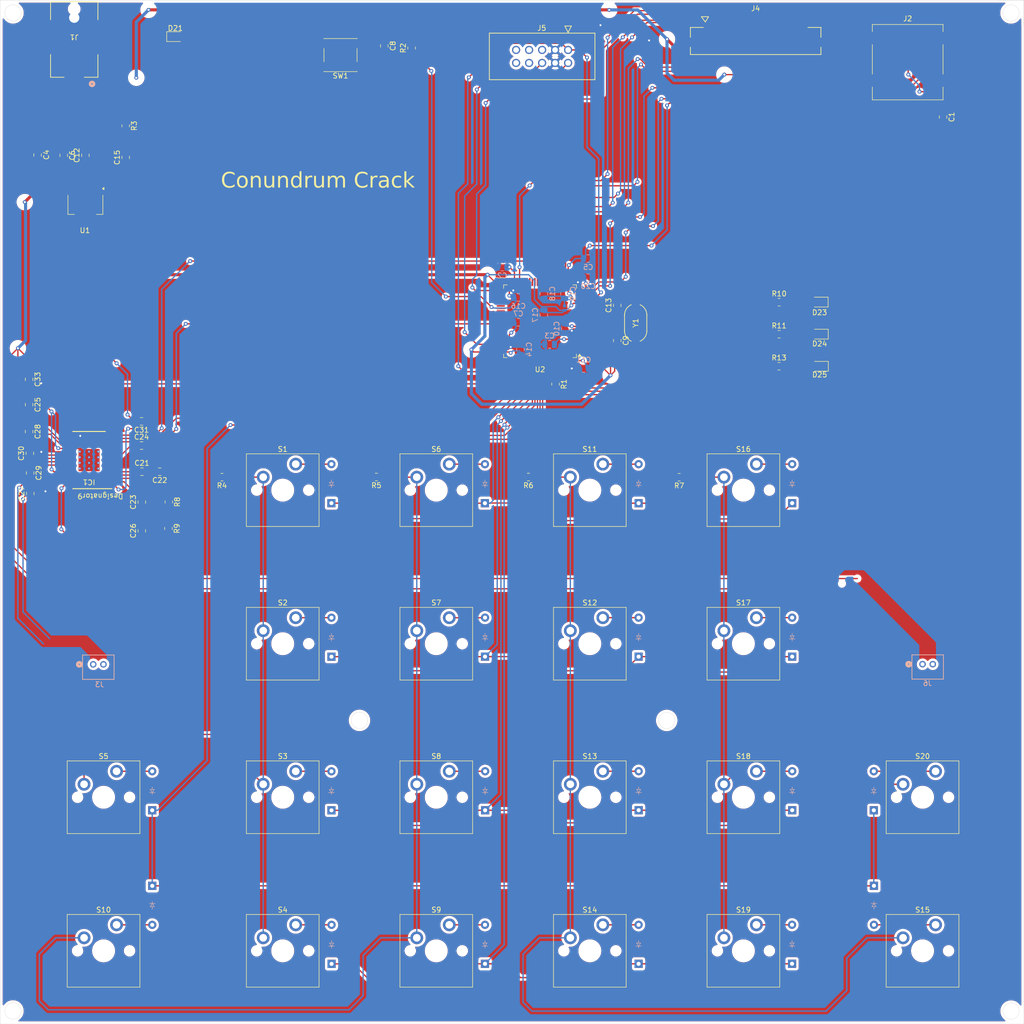
<source format=kicad_pcb>
(kicad_pcb (version 20240108) (generator "pcbnew") (generator_version "8.0")
  (layers (0 "F.Cu" signal) (31 "B.Cu" signal) (34 "B.Paste" user) (35 "F.Paste" user) (36 "B.SilkS" user "B.Silkscreen") (37 "F.SilkS" user "F.Silkscreen") (38 "B.Mask" user) (39 "F.Mask" user) (44 "Edge.Cuts" user))
  (net 0 "")
  (net 1 "+3.3V")
  (net 2 "GND")
  (net 3 "/VCAP1")
  (net 4 "+5V")
  (net 5 "/VCAP2")
  (net 6 "/NRST")
  (net 7 "/HSE_IN")
  (net 8 "/HSE_OUT")
  (net 9 "+3.3VA")
  (net 11 "/SD_CS")
  (net 13 "/SD_DI")
  (net 15 "/SD_CLK")
  (net 16 "/SD_DO")
  (net 20 "/LCD_MISO")
  (net 21 "Net-(IC1-ANA_REF)")
  (net 25 "Net-(IC1-VCOM)")
  (net 26 "Net-(IC1-ANA_REG)")
  (net 27 "Net-(IC1-SFT_CLIP)")
  (net 30 "Net-(IC1-DVDD)")
  (net 31 "Net-(IC1-GVDD_REG)")
  (net 32 "/LCD_MOSI")
  (net 33 "/LCD_SCK")
  (net 38 "Net-(IC1-SPK_OUTA+)")
  (net 43 "Net-(IC1-BSTRPA+)")
  (net 44 "Net-(IC1-BSTRPB+)")
  (net 45 "Net-(IC1-SPK_OUTB+)")
  (net 47 "Net-(IC1-BSTRPA-)")
  (net 61 "/SWDIO")
  (net 63 "/SWC")
  (net 66 "Net-(IC1-SPK_OUTA-)")
  (net 68 "Net-(IC1-SPK_OUTB-)")
  (net 69 "Net-(D25-A)")
  (net 71 "Col 2")
  (net 74 "Net-(IC1-BSTRPB-)")
  (net 76 "Row 3")
  (net 80 "Net-(D21-K)")
  (net 82 "/LCD_CS")
  (net 86 "Net-(D23-A)")
  (net 89 "Net-(D24-A)")
  (net 95 "Col 3")
  (net 101 "Row 4")
  (net 107 "Row 2")
  (net 113 "/BOOT0")
  (net 117 "I2S_CK")
  (net 119 "Col 4")
  (net 121 "Col 1")
  (net 123 "I2S_MCLK")
  (net 128 "Row 5")
  (net 133 "Row 1")
  (net 135 "Net-(D1-A)")
  (net 136 "Net-(D2-A)")
  (net 137 "Net-(D3-A)")
  (net 138 "Net-(D4-A)")
  (net 139 "Net-(D5-A)")
  (net 140 "Net-(D6-A)")
  (net 141 "Net-(D7-A)")
  (net 142 "Net-(D8-A)")
  (net 143 "Net-(D9-A)")
  (net 144 "Net-(D10-A)")
  (net 145 "Net-(D11-A)")
  (net 146 "Net-(D12-A)")
  (net 147 "Net-(D13-A)")
  (net 148 "Net-(D14-A)")
  (net 149 "Net-(D15-A)")
  (net 150 "Net-(D16-A)")
  (net 151 "Net-(D17-A)")
  (net 152 "Net-(D18-A)")
  (net 153 "Net-(D19-A)")
  (net 154 "Net-(D20-A)")
  (net 155 "Net-(R4-Pad1)")
  (net 156 "Net-(R5-Pad1)")
  (net 157 "Net-(R6-Pad1)")
  (net 158 "Net-(R7-Pad1)")
  (net 160 "I2S_WS")
  (net 162 "I2S_SD")
  (net 166 "Net-(U2-PE1)")
  (net 167 "Net-(U2-PE0)")
  (net 176 "Net-(U2-PB9)")
  (footprint "Capacitor_SMD:C_0805_2012Metric" (layer "F.Cu") (at 96.2308 141.8282 90)
    (property "Reference" "C23")
    (property "Value" "1uF")
  )
  (footprint "crystal osc:XTAL_ABLS7M2_ABR" (layer "F.Cu") (at 192.7116 106.8305 90)
    (property "Reference" "Y1")
    (property "Value" "ABLS7M2-16.000MHZ-D-2Y-T")
  )
  (footprint "Resistor_SMD:R_0805_2012Metric" (layer "F.Cu") (at 101.4352 146.9825 -90)
    (property "Reference" "R9")
    (property "Value" "10k")
  )
  (footprint "Debugger:CONN_61201021621_WRE" (layer "F.Cu") (at 179.5116 53.4914)
    (property "Reference" "J5")
    (property "Value" "61201021621")
  )
  (footprint "Capacitor_SMD:C_0805_2012Metric" (layer "F.Cu") (at 99.7282 135.8846 180)
    (property "Reference" "C22")
    (property "Value" "1uF")
  )
  (footprint "Audio Amp:DAP0032A_M" (layer "F.Cu") (at 85.9192 133.62 180)
    (property "Reference" "IC1")
    (property "Value" "TAS5760LDAP")
  )
  (footprint "Capacitor_SMD:C_0805_2012Metric" (layer "F.Cu") (at 75.8569 74.0188 -90)
    (property "Reference" "C4")
    (property "Value" "22uF")
  )
  (footprint "ScottoKeebs_MX:MX_PCB_1.00u" (layer "F.Cu") (at 248.754 229.4914)
    (property "Reference" "S15")
    (property "Value" "Keyswitch")
  )
  (footprint "ScottoKeebs_MX:MX_PCB_1.00u" (layer "F.Cu") (at 153.754 229.4914)
    (property "Reference" "S9")
    (property "Value" "Keyswitch")
  )
  (footprint "LED_SMD:LED_0805_2012Metric" (layer "F.Cu") (at 228.6215 102.754 180)
    (property "Reference" "D23")
    (property "Value" "LED")
  )
  (footprint "ScottoKeebs_MX:MX_PCB_1.00u" (layer "F.Cu") (at 123.754 229.4914)
    (property "Reference" "S4")
    (property "Value" "Keyswitch")
  )
  (footprint "Capacitor_SMD:C_0805_2012Metric" (layer "F.Cu") (at 96.2282 147.439 90)
    (property "Reference" "C26")
    (property "Value" "1uF")
  )
  (footprint "Capacitor_SMD:C_0805_2012Metric" (layer "F.Cu") (at 74.4096 136.136 -90)
    (property "Reference" "C29")
    (property "Value" ".22uF")
  )
  (footprint "ScottoKeebs_MX:MX_PCB_1.00u" (layer "F.Cu") (at 183.754 199.4914)
    (property "Reference" "S13")
    (property "Value" "Keyswitch")
  )
  (footprint "LED_SMD:LED_0805_2012Metric" (layer "F.Cu") (at 102.7791 50.8914)
    (property "Reference" "D21")
    (property "Value" "LED")
  )
  (footprint "ScottoKeebs_MX:MX_PCB_1.00u" (layer "F.Cu") (at 88.754 199.4914)
    (property "Reference" "S5")
    (property "Value" "Keyswitch")
  )
  (footprint "power jack:CONN3_PJ-036AH_CUD" (layer "F.Cu") (at 83.0216 51.4483 180)
    (property "Reference" "J1")
    (property "Value" "PJ-036AH-SMT-TR")
  )
  (footprint "Capacitor_SMD:C_0805_2012Metric" (layer "F.Cu") (at 93.0781 74.5014 90)
    (property "Reference" "C15")
    (property "Value" "22uF")
  )
  (footprint "ScottoKeebs_MX:MX_PCB_1.00u" (layer "F.Cu") (at 213.754 199.4914)
    (property "Reference" "S18")
    (property "Value" "Keyswitch")
  )
  (footprint "Capacitor_SMD:C_0805_2012Metric" (layer "F.Cu") (at 189.1016 103.3914 90)
    (property "Reference" "C13")
    (property "Value" "26pF")
  )
  (footprint "Capacitor_SMD:C_0805_2012Metric" (layer "F.Cu") (at 96.18 130.7792)
    (property "Reference" "C24")
    (property "Value" "1uF")
  )
  (footprint "Resistor_SMD:R_0805_2012Metric" (layer "F.Cu") (at 220.719 115.284)
    (property "Reference" "R13")
    (property "Value" "10k")
  )
  (footprint "Capacitor_SMD:C_0805_2012Metric" (layer "F.Cu") (at 96.251 135.8846)
    (property "Reference" "C21")
    (property "Value" "1uF")
  )
  (footprint "Resistor_SMD:R_0805_2012Metric" (layer "F.Cu") (at 111.8865 136.954 180)
    (property "Reference" "R4")
    (property "Value" "1k")
  )
  (footprint "ScottoKeebs_MX:MX_PCB_1.00u" (layer "F.Cu") (at 123.754 169.4914)
    (property "Reference" "S2")
    (property "Value" "Keyswitch")
  )
  (footprint "ScottoKeebs_MX:MX_PCB_1.00u" (layer "F.Cu") (at 123.754 199.4914)
    (property "Reference" "S3")
    (property "Value" "Keyswitch")
  )
  (footprint "LED_SMD:LED_0805_2012Metric" (layer "F.Cu") (at 228.6415 109.014 180)
    (property "Reference" "D24")
    (property "Value" "LED")
  )
  (footprint "Resistor_SMD:R_0805_2012Metric" (layer "F.Cu") (at 148.9316 53.1239 90)
    (property "Reference" "R2")
    (property "Value" "100k")
  )
  (footprint "ScottoKeebs_MX:MX_PCB_1.00u" (layer "F.Cu") (at 153.754 139.4914)
    (property "Reference" "S6")
    (property "Value" "Keyswitch")
  )
  (footprint "ScottoKeebs_MX:MX_PCB_1.00u" (layer "F.Cu") (at 153.754 169.4914)
    (property "Reference" "S7")
    (property "Value" "Keyswitch")
  )
  (footprint "Resistor_SMD:R_0805_2012Metric" (layer "F.Cu") (at 220.7315 109.024)
    (property "Reference" "R11")
    (property "Value" "10k")
  )
  (footprint "Resistor_SMD:R_0805_2012Metric" (layer "F.Cu") (at 220.7315 102.774)
    (property "Reference" "R10")
    (property "Value" "10k")
  )
  (footprint "Capacitor_SMD:C_0805_2012Metric" (layer "F.Cu") (at 74.3588 132.3006 90)
    (property "Reference" "C30")
    (property "Value" ".22uF")
  )
  (footprint "ScottoKeebs_MX:MX_PCB_1.00u" (layer "F.Cu") (at 213.754 229.4914)
    (property "Reference" "S19")
    (property "Value" "Keyswitch")
  )
  (footprint "Resistor_SMD:R_0805_2012Metric" (layer "F.Cu") (at 101.5114 141.8009 -90)
    (property "Reference" "R8")
    (property "Value" "47")
  )
  (footprint "Resistor_SMD:R_0805_2012Metric" (layer "F.Cu") (at 171.7565 136.934 180)
    (property "Reference" "R6")
    (property "Value" "1k")
  )
  (footprint "Capacitor_SMD:C_0805_2012Metric" (layer "F.Cu") (at 74.2064 128.0588 -90)
    (property "Reference" "C28")
    (property "Value" ".22uF")
  )
  (footprint "ScottoKeebs_MX:MX_PCB_1.00u" (layer "F.Cu") (at 213.754 139.4914)
    (property "Reference" "S16")
    (property "Value" "Keyswitch")
  )
  (footprint "ScottoKeebs_MX:MX_PCB_1.00u" (layer "F.Cu") (at 123.754 139.4914)
    (property "Reference" "S1")
    (property "Value" "Keyswitch")
  )
  (footprint "Package_QFP:LQFP-100_14x14mm_P0.5mm" (layer "F.Cu") (at 174.027 106.501 180)
    (property "Reference" "U2")
    (property "Value" "STM32H743VITx")
  )
  (footprint "Connector_Card:microSD_HC_Molex_47219-2001" (layer "F.Cu") (at 245.8466 55.8814)
    (property "Reference" "J2")
    (property "Value" "Micro_SD_Card")
  )
  (footprint "Package_TO_SOT_SMD:SOT-223-3_TabPin2" (layer "F.Cu") (at 85.2041 83.7114 -90)
    (property "Reference" "U1")
    (property "Value" "LD1117S33TR_SOT223")
  )
  (footprint "Button_Switch_SMD:SW_SPST_PTS645" (layer "F.Cu") (at 135.0416 54.5014 180)
    (property "Reference" "SW1")
    (property "Value" "SW_Push")
  )
  (footprint "ScottoKeebs_MX:MX_PCB_1.00u" (layer "F.Cu") (at 88.754 229.4914)
    (property "Reference" "S10")
    (property "Value" "Keyswitch")
  )
  (footprint "Capacitor_SMD:C_0805_2012Metric" (layer "F.Cu") (at 143.5976 52.6914 -90)
    (property "Reference" "C8")
    (property "Value" "100nF")
  )
  (footprint "ScottoKeebs_MX:MX_PCB_1.00u" (layer "F.Cu") (at 153.754 199.4914)
    (property "Reference" "S8")
    (property "Value" "Keyswitch")
  )
  (footprint "Capacitor_SMD:C_0805_2012Metric" (layer "F.Cu") (at 85.2041 74.0822 90)
    (property "Reference" "C12")
    (property "Value" "100nF")
  )
  (footprint "ScottoKeebs_MX:MX_PCB_1.00u" (layer "F.Cu") (at 248.754 199.4914)
    (property "Reference" "S20")
    (property "Value" "Keyswitch")
  )
  (footprint "Resistor_SMD:R_0805_2012Metric" (layer "F.Cu") (at 142.0565 136.924 180)
    (property "Reference" "R5")
    (property "Value" "1k")
  )
  (footprint "Capacitor_SMD:C_0805_2012Metric" (layer "F.Cu") (at 189.1116 110.2714 -90)
    (property "Reference" "C9")
    (property "Value" "26pF")
  )
  (footprint "Capacitor_SMD:C_0805_2012Metric" (layer "F.Cu") (at 80.9623 74.0822 -90)
    (property "Reference" "C6")
    (property "Value" "100nF")
  )
  (footprint "Capacitor_SMD:C_0805_2012Metric" (layer "F.Cu") (at 96.1774 126.0548 180)
    (property "Reference" "C31")
    (property "Value" "10uF")
  )
  (footprint "real ribbon:CON_5051104091_MOL" (layer "F.Cu") (at 216.141577 51.741401)
    (property "Reference" "J4")
    (property "Value" "5019514000")
  )
  (footprint "Capacitor_SMD:C_0805_2012Metric" (layer "F.Cu") (at 74.2064 122.801 -90)
    (property "Reference" "C25")
    (property "Value" "10uF")
  )
  (footprint "ScottoKeebs_MX:MX_PCB_1.00u" (layer "F.Cu") (at 213.754 169.4914)
    (property "Reference" "S17")
    (property "Value" "Keyswitch")
  )
  (footprint "ScottoKeebs_MX:MX_PCB_1.00u" (layer "F.Cu") (at 183.754 169.4914)
    (property "Reference" "S12")
    (property "Value" "Keyswitch")
  )
  (footprint "Capacitor_SMD:C_0805_2012Metric" (layer "F.Cu") (at 252.7616 66.6014 -90)
    (property "Reference" "C1")
    (property "Value" "100uF")
  )
  (footprint "LED_SMD:LED_0805_2012Metric" (layer "F.Cu") (at 228.6565 115.294 180)
    (property "Reference" "D25")
    (property "Value" "LED")
  )
  (footprint "ScottoKeebs_MX:MX_PCB_1.00u" (layer "F.Cu") (at 183.754 229.4914)
    (property "Reference" "S14")
    (property "Value" "Keyswitch")
  )
  (footprint "Resistor_SMD:R_0805_2012Metric" (layer "F.Cu") (at 93.0716 68.3214 -90)
    (property "Reference" "R3")
    (property "Value" "1k")
  )
  (footprint "ScottoKeebs_MX:MX_PCB_1.00u" (layer "F.Cu") (at 183.754 139.4914)
    (property "Reference" "S11")
    (property "Value" "Keyswitch")
  )
  (footprint "Capacitor_SMD:C_0805_2012Metric" (layer "F.Cu") (at 74.2064 117.8506 -90)
    (property "Reference" "C33")
    (property "Value" "10uF")
  )
  (footprint "Resistor_SMD:R_0805_2012Metric" (layer "F.Cu") (at 201.2065 136.974 180)
    (property "Reference" "R7")
    (property "Value" "1k")
  )
  (footprint "Resistor_SMD:R_0805_2012Metric" (layer "F.Cu") (at 177.051 118.7885 -90)
    (property "Reference" "R1")
    (property "Value" "100K")
  )
  (footprint "Capacitor_SMD:C_0805_2012Metric" (layer "F.Cu") (at 74.435 140.1492 90)
    (property "Reference" "C27")
    (property "Value" ".22uF")
  )
  (footprint "ScottoKeebs_Components:Diode_DO-35" (layer "B.Cu") (at 98.268 216.7994 -90)
    (property "Reference" "D6" (hide yes))
    (property "Value" "Diode" (hide yes))
  )
  (footprint "ScottoKeebs_Components:Diode_DO-35" (layer "B.Cu") (at 98.258 202.0294 90)
    (property "Reference" "D1" (hide yes))
    (property "Value" "Diode" (hide yes))
  )
  (footprint "ScottoKeebs_Components:Diode_DO-35" (layer "B.Cu") (at 163.279 172.014 90)
    (property "Reference" "D8" (hide yes))
    (property "Value" "Diode" (hide yes))
  )
  (footprint "Audio Jack:CONN2_B2B-PH-K-S_JST" (layer "B.Cu") (at 86.729999 173.53 180)
    (property "Reference" "J3")
    (property "Value" "B2B-PH-K-S")
  )
  (footprint "Capacitor_SMD:C_0805_2012Metric" (layer "B.Cu") (at 183.429 97.9878)
    (property "Reference" "C20")
    (property "Value" "1uF")
  )
  (footprint "Capacitor_SMD:C_0805_2012Metric" (layer "B.Cu") (at 183.429 94.254)
    (property "Reference" "C5")
    (property "Value" "100nF")
  )
  (footprint "ScottoKeebs_Components:Diode_DO-35" (layer "B.Cu") (at 133.278 172.0294 90)
    (property "Reference" "D3" (hide yes))
    (property "Value" "Diode" (hide yes))
  )
  (footprint "ScottoKeebs_Components:Diode_DO-35" (layer "B.Cu") (at 193.278 142.0394 90)
    (property "Reference" "D12" (hide yes))
    (property "Value" "Diode" (hide yes))
  )
  (footprint "ScottoKeebs_Components:Diode_DO-35" (layer "B.Cu") (at 239.258 216.7894 -90)
    (property "Reference" "D11" (hide yes))
    (property "Value" "Diode" (hide yes))
  )
  (footprint "Capacitor_SMD:C_0805_2012Metric" (layer "B.Cu") (at 182.54 115.717 180)
    (property "Reference" "C11")
    (property "Value" "100nF")
  )
  (footprint "Capacitor_SMD:C_0805_2012Metric" (layer "B.Cu") (at 175.895 111.018 180)
    (property "Reference" "C3")
    (property "Value" "10uF")
  )
  (footprint "Capacitor_SMD:C_0805_2012Metric" (layer "B.Cu") (at 169.784 106.7 180)
    (property "Reference" "C7")
    (property "Value" "2.2uF")
  )
  (footprint "Ferrite Bead:BEADC1005X55N" (layer "B.Cu") (at 178.8036 103.9314 -90)
    (property "Reference" "FL1")
    (property "Value" "BLM15GA750SZ1D")
  )
  (footprint "ScottoKeebs_Components:Diode_DO-35" (layer "B.Cu") (at 223.288 202.0194 90)
    (property "Reference" "D19" (hide yes))
    (property "Value" "Diode" (hide yes))
  )
  (footprint "ScottoKeebs_Components:Diode_DO-35" (layer "B.Cu") (at 223.278 172.0194 90)
    (property "Reference" "D18" (hide yes))
    (property "Value" "Diode" (hide yes))
  )
  (footprint "ScottoKeebs_Components:Diode_DO-35" (layer "B.Cu") (at 133.268 142.0294 90)
    (property "Reference" "D2" (hide yes))
    (property "Value" "Diode" (hide yes))
  )
  (footprint "ScottoKeebs_Components:Diode_DO-35" (layer "B.Cu") (at 133.298 232.0394 90)
    (property "Reference" "D5" (hide yes))
    (property "Value" "Diode" (hide yes))
  )
  (footprint "ScottoKeebs_Components:Diode_DO-35" (layer "B.Cu") (at 163.268 232.0294 90)
    (property "Reference" "D10" (hide yes))
    (property "Value" "Diode" (hide yes))
  )
  (footprint "ScottoKeebs_Components:Diode_DO-35" (layer "B.Cu") (at 133.278 202.0394 90)
    (property "Reference" "D4" (hide yes))
    (property "Value" "Diode" (hide yes))
  )
  (footprint "Capacitor_SMD:C_0805_2012Metric" (layer "B.Cu") (at 178.801 101.112 90)
    (property "Reference" "C19")
    (property "Value" "1uF")
  )
  (footprint "Capacitor_SMD:C_0805_2012Metric" (layer "B.Cu") (at 169.784 101.8486)
    (property "Reference" "C16")
    (property "Value" "100nF")
  )
  (footprint "ScottoKeebs_Components:Diode_DO-35" (layer "B.Cu") (at 193.288 202.0194 90)
    (property "Reference" "D14" (hide yes))
    (property "Value" "Diode" (hide yes))
  )
  (footprint "Capacitor_SMD:C_0805_2012Metric" (layer "B.Cu") (at 174.765 101.112 90)
    (property "Reference" "C18")
    (property "Value" "10nF")
  )
  (footprint "Audio Jack:CONN2_B2B-PH-K-S_JST" (layer "B.Cu") (at 248.749999 173.49 180)
    (property "Reference" "J6")
    (property "Value" "B2B-PH-K-S")
  )
  (footprint "ScottoKeebs_Components:Diode_DO-35" (layer "B.Cu") (at 223.278 142.0294 90)
    (property "Reference" "D17" (hide yes))
    (property "Value" "Diode" (hide yes))
  )
  (footprint "Capacitor_SMD:C_0805_2012Metric" (layer "B.Cu") (at 166.637 95.905)
    (property "Reference" "C2")
    (property "Value" "2.2uF")
  )
  (footprint "ScottoKeebs_Components:Diode_DO-35" (layer "B.Cu") (at 193.278 172.0194 90)
    (property "Reference" "D13" (hide yes))
    (property "Value" "Diode" (hide yes))
  )
  (footprint "Capacitor_SMD:C_0805_2012Metric" (layer "B.Cu") (at 174.765 105.275 -90)
    (property "Reference" "C17")
    (property "Value" "100nF")
  )
  (footprint "ScottoKeebs_Components:Diode_DO-35" (layer "B.Cu") (at 163.258 142.0394 90)
    (property "Reference" "D7" (hide yes))
    (property "Value" "Diode" (hide yes))
  )
  (footprint "ScottoKeebs_Components:Diode_DO-35" (layer "B.Cu") (at 193.278 232.0294 90)
    (property "Reference" "D15" (hide yes))
    (property "Value" "Diode" (hide yes))
  )
  (footprint "Capacitor_SMD:C_0805_2012Metric" (layer "B.Cu") (at 178.956 107.942 -90)
    (property "Reference" "C10")
    (property "Value" "100nF")
  )
  (footprint "ScottoKeebs_Components:Diode_DO-35" (layer "B.Cu") (at 163.298 202.0294 90)
    (property "Reference" "D9" (hide yes))
    (property "Value" "Diode" (hide yes))
  )
  (footprint "Capacitor_SMD:C_0805_2012Metric" (layer "B.Cu") (at 170.193 112.006 90)
    (property "Reference" "C14")
    (property "Value" "100nF")
  )
  (footprint "ScottoKeebs_Components:Diode_DO-35" (layer "B.Cu") (at 239.228 202.0294 90)
    (property "Reference" "D16" (hide yes))
    (property "Value" "Diode" (hide yes))
  )
  (footprint "ScottoKeebs_Components:Diode_DO-35" (layer "B.Cu") (at 223.258 232.0194 90)
    (property "Reference" "D20" (hide yes))
    (property "Value" "Diode" (hide yes))
  )
  (gr_line (start 263.5316 43.7614) (end 268.5316 43.7614) (stroke (width 0.05)) (layer "Edge.Cuts"))
  (gr_circle (center 198.7716 184.4814) (end 200.3716 184.4814) (stroke (width 0.05)) (fill none) (layer "Edge.Cuts"))
  (gr_circle (center 266.0316 46.2614) (end 266.0316 47.8614) (stroke (width 0.05)) (fill none) (layer "Edge.Cuts"))
  (gr_circle (center 71.0516 241.2414) (end 71.0516 239.6414) (stroke (width 0.05)) (fill none) (layer "Edge.Cuts"))
  (gr_line (start 268.5316 43.7614) (end 268.5316 48.7614) (stroke (width 0.05)) (layer "Edge.Cuts"))
  (gr_rect (start 68.553016 43.761294) (end 268.553124 243.761402) (stroke (width 0.05)) (fill none) (layer "Edge.Cuts"))
  (gr_circle (center 266.0516 241.2714) (end 267.6516 241.2714) (stroke (width 0.05)) (fill none) (layer "Edge.Cuts"))
  (gr_circle (center 71.0616 46.2514) (end 72.6616 46.2514) (stroke (width 0.05)) (fill none) (layer "Edge.Cuts"))
  (gr_circle (center 138.7516 184.4714) (end 140.3516 184.4714) (stroke (width 0.05)) (fill none) (layer "Edge.Cuts"))
  (gr_text "Conundrum Crack" (at 111.6516 80.8914 0) (layer "F.SilkS") (effects (font (size 3 3) (thickness 0.1)) (justify left bottom)))
  (segment (start 252.5816 62.0214) (end 252.2016 61.6414) (width 0.254) (layer "F.Cu") (net 1))
  (segment (start 152.7816 57.5914) (end 149.2266 54.0364) (width 0.254) (layer "F.Cu") (net 1))
  (segment (start 182.549592 107.478) (end 182.0802 107.478) (width 0.254) (layer "F.Cu") (net 1))
  (segment (start 168.288 112.669) (end 168.12 112.501) (width 0.254) (layer "F.Cu") (net 1))
  (segment (start 180.027 114.176) (end 182.368 114.176) (width 0.254) (layer "F.Cu") (net 1))
  (segment (start 180.027 113.259408) (end 180.027 114.176) (width 0.254) (layer "F.Cu") (net 1))
  (segment (start 86.6317 74.5622) (end 87.5917 73.6022) (width 0.6096) (layer "F.Cu") (net 1))
  (segment (start 252.2016 61.6414) (end 248.1616 61.6414) (width 0.254) (layer "F.Cu") (net 1))
  (segment (start 182.572592 103.001) (end 181.702 103.001) (width 0.254) (layer "F.Cu") (net 1))
  (segment (start 252.7616 65.6514) (end 252.7616 62.2014) (width 0.254) (layer "F.Cu") (net 1))
  (segment (start 168.12 112.501) (end 166.352 112.501) (width 0.254) (layer "F.Cu") (net 1))
  (segment (start 103.7166 67.3552) (end 95.6204 75.4514) (width 0.254) (layer "F.Cu") (net 1))
  (segment (start 164.5398 103.722) (end 162.4918 101.674) (width 0.254) (layer "F.Cu") (net 1))
  (segment (start 164.9348 98.572) (end 167.773 98.572) (width 0.254) (layer "F.Cu") (net 1))
  (segment (start 182.572592 110.001) (end 181.702 110.001) (width 0.254) (layer "F.Cu") (net 1))
  (segment (start 179.527 95.651) (end 179.527 98.826) (width 0.254) (layer "F.Cu") (net 1))
  (segment (start 181.702 110.001) (end 178.703 110.001) (width 0.254) (layer "F.Cu") (net 1))
  (segment (start 103.7166 50.8914) (end 103.7166 67.3552) (width 0.254) (layer "F.Cu") (net 1))
  (segment (start 180.237408 113.049) (end 180.027 113.259408) (width 0.254) (layer "F.Cu") (net 1))
  (segment (start 182.9548 99.0992) (end 182.9816 99.126) (width 0.254) (layer "F.Cu") (net 1))
  (segment (start 199.2768 63.8914) (end 198.8442 64.324) (width 0.254) (layer "F.Cu") (net 1))
  (segment (start 92.0063 75.4514) (end 93.0781 75.4514) (width 0.6096) (layer "F.Cu") (net 1))
  (segment (start 160.60144 112.041192) (end 161.061248 112.501) (width 0.254) (layer "F.Cu") (net 1))
  (segment (start 179.654 95.524) (end 179.527 95.651) (width 0.254) (layer "F.Cu") (net 1))
  (segment (start 168.034 101.493) (end 168.027 101.486) (width 0.254) (layer "F.Cu") (net 1))
  (segment (start 181.702 107.501) (end 180.265 107.501) (width 0.254) (layer "F.Cu") (net 1))
  (segment (start 163.7668 97.404) (end 163.649 97.404) (width 0.254) (layer "F.Cu") (net 1))
  (segment (start 187.7952 117.0632) (end 187.7952 115.223608) (width 0.254) (layer "F.Cu") (net 1))
  (segment (start 163.7668 97.404) (end 164.9348 98.572) (width 0.254) (layer "F.Cu") (net 1))
  (segment (start 187.7952 117.0632) (end 183.781 113.049) (width 0.254) (layer "F.Cu") (net 1))
  (segment (start 178.703 110.001) (end 178.702 110.002) (width 0.254) (layer "F.Cu") (net 1))
  (segment (start 182.9816 102.591992) (end 182.572592 103.001) (width 0.254) (layer "F.Cu") (net 1))
  (segment (start 91.3942 97.404) (end 163.7668 97.404) (width 0.6096) (layer "F.Cu") (net 1))
  (segment (start 180.5468 103.001) (end 181.702 103.001) (width 0.254) (layer "F.Cu") (net 1))
  (segment (start 182.9816 99.126) (end 182.9816 102.591992) (width 0.254) (layer "F.Cu") (net 1))
  (segment (start 168.027 101.486) (end 168.027 98.826) (width 0.254) (layer "F.Cu") (net 1))
  (segment (start 95.6204 75.4514) (end 93.0781 75.4514) (width 0.254) (layer "F.Cu") (net 1))
  (segment (start 183.9344 108.862808) (end 182.549592 107.478) (width 0.254) (layer "F.Cu") (net 1))
  (segment (start 183.7312 91.714) (end 195.7962 91.714) (width 0.254) (layer "F.Cu") (net 1))
  (segment (start 187.7952 117.0632) (end 188.608 116.2504) (width 0.254) (layer "F.Cu") (net 1))
  (segment (start 167.773 98.572) (end 168.027 98.826) (width 0.254) (layer "F.Cu") (net 1))
  (segment (start 251.0016 63.8914) (end 199.2768 63.8914) (width 0.254) (layer "F.Cu") (net 1))
  (segment (start 180.265 107.501) (end 180.226 107.462) (width 0.254) (layer "F.Cu") (net 1))
  (segment (start 162.4918 101.674) (end 155.619 101.674) (width 0.254) (layer "F.Cu") (net 1))
  (segment (start 85.2041 80.5614) (end 85.2041 86.8614) (width 0.6096) (layer "F.Cu") (net 1))
  (segment (start 183.9344 110.1544) (end 183.9344 108.862808) (width 0.254) (layer "F.Cu") (net 1))
  (segment (start 180.1498 103.398) (end 180.5468 103.001) (width 0.254) (layer "F.Cu") (net 1))
  (segment (start 90.1571 73.6022) (end 92.0063 75.4514) (width 0.6096) (layer "F.Cu") (net 1))
  (segment (start 179.527 100.9038) (end 179.527 98.826) (width 0.254) (layer "F.Cu") (net 1))
  (segment (start 187.7952 115.223608) (end 182.572592 110.001) (width 0.254) (layer "F.Cu") (net 1))
  (segment (start 85.2041 74.5622) (end 86.6317 74.5622) (width 0.6096) (layer "F.Cu") (net 1))
  (segment (start 163.649 97.404) (end 163.5616 97.4914) (width 0.254) (layer "F.Cu") (net 1))
  (segment (start 245.9416 58.2614) (end 245.9416 53.7814) (width 0.254) (layer "F.Cu") (net 1))
  (segment (start 252.7616 65.6514) (end 251.0016 63.8914) (width 0.254) (layer "F.Cu") (net 1))
  (segment (start 85.2041 74.5622) (end 85.2041 80.5614) (width 0.6096) (layer "F.Cu") (net 1))
  (segment (start 85.2041 86.8614) (end 85.2041 91.2139) (width 0.6096) (layer "F.Cu") (net 1))
  (segment (start 245.9716 58.2914) (end 245.9416 58.2614) (width 0.254) (layer "F.Cu") (net 1))
  (segment (start 182.368 114.176) (end 182.385 114.193) (width 0.254) (layer "F.Cu") (net 1))
  (segment (start 179.729 101.1058) (end 179.527 100.9038) (width 0.254) (layer "F.Cu") (net 1))
  (segment (start 252.7616 62.2014) (end 252.5816 62.0214) (width 0.254) (layer "F.Cu") (net 1))
  (segment (start 161.061248 112.501) (end 166.352 112.501) (width 0.254) (layer "F.Cu") (net 1))
  (segment (start 188.608 116.2504) (end 188.608 114.828) (width 0.254) (layer "F.Cu") (net 1))
  (segment (start 149.2266 54.0364) (end 148.9316 54.0364) (width 0.254) (layer "F.Cu") (net 1))
  (segment (start 183.781 113.049) (end 180.237408 113.049) (width 0.254) (layer "F.Cu") (net 1))
  (segment (start 188.608 114.828) (end 183.9344 110.1544) (width 0.254) (layer "F.Cu") (net 1))
  (segment (start 85.2041 91.2139) (end 91.3942 97.404) (width 0.6096) (layer "F.Cu") (net 1))
  (segment (start 87.5917 73.6022) (end 90.1571 73.6022) (width 0.6096) (layer "F.Cu") (net 1))
  (via (at 168.034 101.493) (size 0.762) (drill 0.381) (layers "F.Cu" "B.Cu") (net 1))
  (via (at 155.619 101.674) (size 0.762) (drill 0.381) (layers "F.Cu" "B.Cu") (net 1))
  (via (at 182.385 114.193) (size 0.762) (drill 0.381) (layers "F.Cu" "B.Cu") (net 1))
  (via (at 180.226 107.462) (size 0.762) (drill 0.381) (layers "F.Cu" "B.Cu") (net 1))
  (via (at 245.9716 58.2914) (size 0.762) (drill 0.381) (layers "F.Cu" "B.Cu") (net 1))
  (via (at 179.654 95.524) (size 0.762) (drill 0.381) (layers "F.Cu" "B.Cu") (net 1))
  (via (at 180.1498 103.398) (size 0.762) (drill 0.381) (layers "F.Cu" "B.Cu") (net 1))
  (via (at 179.729 101.1058) (size 0.762) (drill 0.381) (layers "F.Cu" "B.Cu") (net 1))
  (via (at 195.7962 91.714) (size 0.762) (drill 0.381) (layers "F.Cu" "B.Cu") (net 1))
  (via (at 163.7668 97.404) (size 0.762) (drill 0.381) (layers "F.Cu" "B.Cu") (net 1))
  (via (at 198.8442 64.324) (size 0.762) (drill 0.381) (layers "F.Cu" "B.Cu") (net 1))
  (via (at 182.9548 99.0992) (size 0.762) (drill 0.381) (layers "F.Cu" "B.Cu") (net 1))
  (via (at 248.1616 61.6414) (size 0.762) (drill 0.381) (layers "F.Cu" "B.Cu") (net 1))
  (via (at 183.7312 91.714) (size 0.762) (drill 0.381) (layers "F.Cu" "B.Cu") (net 1))
  (via (at 152.7816 57.5914) (size 0.762) (drill 0.381) (layers "F.Cu" "B.Cu") (net 1))
  (via (at 187.7952 117.0632) (size 0.762) (drill 0.381) (layers "F.Cu" "B.Cu") (net 1))
  (via (at 178.702 110.002) (size 0.762) (drill 0.381) (layers "F.Cu" "B.Cu") (net 1))
  (via (at 164.5398 103.722) (size 0.762) (drill 0.381) (layers "F.Cu" "B.Cu") (net 1))
  (via (at 168.288 112.669) (size 0.762) (drill 0.381) (layers "F.Cu" "B.Cu") (net 1))
  (via (at 160.60144 112.041192) (size 0.762) (drill 0.381) (layers "F.Cu" "B.Cu") (net 1))
  (segment (start 164.5398 103.722) (end 164.7318 103.914) (width 0.254) (layer "B.Cu") (net 1))
  (segment (start 180.226 107.462) (end 178.956 107.462) (width 0.254) (layer "B.Cu") (net 1))
  (segment (start 172.9362 98.5466) (end 172.9362 102.2804) (width 0.254) (layer "B.Cu") (net 1))
  (segment (start 182.1564 122.702) (end 187.7952 117.0632) (width 0.6096) (layer "B.Cu") (net 1))
  (segment (start 179.729 101.1058) (end 180.3409 101.7177) (width 0.254) (layer "B.Cu") (net 1))
  (segment (start 164.7318 103.914) (end 168.109 103.914) (width 0.254) (layer "B.Cu") (net 1))
  (segment (start 180.3409 101.7177) (end 180.3409 102.264812) (width 0.254) (layer "B.Cu") (net 1))
  (segment (start 180.3409 102.264812) (end 180.0482 102.557512) (width 0.254) (layer "B.Cu") (net 1))
  (segment (start 152.869 57.6788) (end 152.869 98.924) (width 0.254) (layer "B.Cu") (net 1))
  (segment (start 182.9548 99.0992) (end 182.949 99.0934) (width 0.254) (layer "B.Cu") (net 1))
  (segment (start 182.949 94.254) (end 180.924 94.254) (width 0.254) (layer "B.Cu") (net 1))
  (segment (start 177.686 110.002) (end 176.67 111.018) (width 0.254) (layer "B.Cu") (net 1))
  (segment (start 174.3078 103.652) (end 177.1272 103.652) (width 0.254) (layer "B.Cu") (net 1))
  (segment (start 178.372 104.795) (end 178.8036 104.3634) (width 0.254) (layer "B.Cu") (net 1))
  (segment (start 182.949 94.254) (end 182.949 92.4962) (width 0.254) (layer "B.Cu") (net 1))
  (segment (start 152.869 98.924) (end 155.619 101.674) (width 0.254) (layer "B.Cu") (net 1))
  (segment (start 169.995 112.288) (end 170.193 112.486) (width 0.254) (layer "B.Cu") (net 1))
  (segment (start 178.8036 104.3634) (end 179.1844 104.3634) (width 0.254) (layer "B.Cu") (net 1))
  (segment (start 248.1616 60.4814) (end 245.9716 58.2914) (width 0.254) (layer "B.Cu") (net 1))
  (segment (start 174.765 104.795) (end 178.372 104.795) (width 0.254) (layer "B.Cu") (net 1))
  (segment (start 168.669 112.288) (end 169.995 112.288) (width 0.254) (layer "B.Cu") (net 1))
  (segment (start 160.60144 112.041192) (end 163.2444 109.398232) (width 0.6096) (layer "B.Cu") (net 1))
  (segment (start 178.702 110.002) (end 177.686 110.002) (width 0.254) (layer "B.Cu") (net 1))
  (segment (start 179.1844 104.3634) (end 180.1498 103.398) (width 0.254) (layer "B.Cu") (net 1))
  (segment (start 182.385 114.193) (end 183.02 114.828) (width 0.254) (layer "B.Cu") (net 1))
  (segment (start 180.0482 102.557512) (end 180.0482 103.2964) (width 0.254) (layer "B.Cu") (net 1))
  (segment (start 177.8386 104.3634) (end 178.8036 104.3634) (width 0.254) (layer "B.Cu") (net 1))
  (segment (start 168.3896 101.8486) (end 168.034 101.493) (width 0.254) (layer "B.Cu") (net 1))
  (segment (start 198.8442 88.666) (end 195.7962 91.714) (width 0.254) (layer "B.Cu") (net 1))
  (segment (start 160.60144 112.041192) (end 160.6172 112.056952) (width 0.6096) (layer "B.Cu") (net 1))
  (segment (start 160.6172 112.056952) (end 160.6172 120.6446) (width 0.6096) (layer "B.Cu") (net 1))
  (segment (start 248.1616 61.6414) (end 248.1616 60.4814) (width 0.254) (layer "B.Cu") (net 1))
  (segment (start 168.109 103.914) (end 169.304 102.719) (width 0.254) (layer "B.Cu") (net 1))
  (segment (start 162.6746 122.702) (end 182.1564 122.702) (width 0.6096) (layer "B.Cu") (net 1))
  (segment (start 172.9362 102.2804) (end 174.3078 103.652) (width 0.254) (layer "B.Cu") (net 1))
  (segment (start 180.0482 103.2964) (end 180.1498 103.398) (width 0.254) (layer "B.Cu") (net 1))
  (segment (start 168.288 112.669) (end 168.669 112.288) (width 0.254) (layer "B.Cu") (net 1))
  (segment (start 183.02 114.828) (end 183.02 115.717) (width 0.254) (layer "B.Cu") (net 1))
  (segment (start 152.7816 57.5914) (end 152.869 57.6788) (width 0.254) (layer "B.Cu") (net 1))
  (segment (start 198.8442 64.324) (end 198.8442 88.666) (width 0.254) (layer "B.Cu") (net 1))
  (segment (start 169.304 101.8486) (end 168.3896 101.8486) (width 0.254) (layer "B.Cu") (net 1))
  (segment (start 182.949 92.4962) (end 183.7312 91.714) (width 0.254) (layer "B.Cu") (net 1))
  (segment (start 182.949 99.0934) (end 182.949 97.9878) (width 0.254) (layer "B.Cu") (net 1))
  (segment (start 163.2444 109.398232) (end 163.2444 97.9264) (width 0.6096) (layer "B.Cu") (net 1))
  (segment (start 160.6172 120.6446) (end 162.6746 122.702) (width 0.6096) (layer "B.Cu") (net 1))
  (segment (start 163.2444 97.9264) (end 163.7668 97.404) (width 0.6096) (layer "B.Cu") (net 1))
  (segment (start 169.304 102.719) (end 169.304 101.8486) (width 0.254) (layer "B.Cu") (net 1))
  (segment (start 180.924 94.254) (end 179.654 95.524) (width 0.254) (layer "B.Cu") (net 1))
  (segment (start 163.7668 97.404) (end 171.7936 97.404) (width 0.254) (layer "B.Cu") (net 1))
  (segment (start 177.1272 103.652) (end 177.8386 104.3634) (width 0.254) (layer "B.Cu") (net 1))
  (segment (start 171.7936 97.404) (end 172.9362 98.5466) (width 0.254) (layer "B.Cu") (net 1))
  (segment (start 74.2064 117.3706) (end 75.3508 117.3706) (width 0.254) (layer "F.Cu") (net 2))
  (segment (start 207.895999 49.291401) (end 207.914577 49.272823) (width 0.254) (layer "F.Cu") (net 2))
  (segment (start 225.391576 48.4874) (end 225.391576 49.291401) (width 0.254) (layer "F.Cu") (net 2))
  (segment (start 207.862176 49.291401) (end 207.391577 49.291401) (width 0.254) (layer "F.Cu") (net 2))
  (segment (start 75.3508 117.3706) (end 76.5916 118.6114) (width 0.254) (layer "F.Cu") (net 2))
  (segment (start 78.0716 140.3914) (end 77.4016 139.7214) (width 0.254) (layer "F.Cu") (net 2))
  (segment (start 225.391576 49.291401) (end 225.891575 49.291401) (width 0.254) (layer "F.Cu") (net 2))
  (segment (start 207.542 53.892397) (end 207.542 49.441824) (width 0.254) (layer "F.Cu") (net 2))
  (segment (start 76.2635 74.5622) (end 75.8569 74.9688) (width 0.254) (layer "F.Cu") (net 2))
  (segment (start 83.1957 138.9373) (end 81.7416 140.3914) (width 0.254) (layer "F.Cu") (net 2))
  (segment (start 212.391577 49.291401) (end 212.391577 50.095402) (width 0.254) (layer "F.Cu") (net 2))
  (segment (start 183.455 102.838) (end 182.792 103.501) (width 0.254) (layer "F.Cu") (net 2))
  (segment (start 248.5146 52.7044) (end 248.1416 53.0774) (width 0.254) (layer "F.Cu") (net 2))
  (segment (start 253.8136 55.4494) (end 251.0686 52.7044) (width 0.254) (layer "F.Cu") (net 2))
  (segment (start 96.9582 49.2948) (end 98.8016 47.4514) (width 0.6096) (layer "F.Cu") (net 2))
  (segment (start 206.337346 55.105801) (end 198.806001 55.105801) (width 0.6096) (layer "F.Cu") (net 2))
  (segment (start 82.1312 131.995) (end 76.6146 131.995) (width 0.254) (layer "F.Cu") (net 2))
  (segment (start 180.197408 115.717) (end 179.527 115.046592) (width 0.254) (layer "F.Cu") (net 2))
  (segment (start 76.6146 131.995) (end 76.5916 132.018) (width 0.254) (layer "F.Cu") (net 2))
  (segment (start 253.8136 66.4994) (end 253.8136 55.4494) (width 0.254) (layer "F.Cu") (net 2))
  (segment (start 252.7616 67.5514) (end 253.8136 66.4994) (width 0.254) (layer "F.Cu") (net 2))
  (segment (start 181.3862 98.826) (end 180.027 98.826) (width 0.254) (layer "F.Cu") (net 2))
  (segment (start 98.8016 47.4514) (end 184.6216 47.4514) (width 0.6096) (layer "F.Cu") (net 2))
  (segment (start 221.391577 49.291401) (end 221.391577 48.4874) (width 0.254) (layer "F.Cu") (net 2))
  (segment (start 168.527 98.826) (end 168.527 100.208) (width 0.254) (layer "F.Cu") (net 2))
  (segment (start 82.1312 135.245) (end 83.0977 135.245) (width 0.254) (layer "F.Cu") (net 2))
  (segment (start 167.813 112.001) (end 168.288 111.526) (width 0.254) (layer "F.Cu") (net 2))
  (segment (start 83.0977 135.245) (end 83.1957 135.343) (width 0.254) (layer "F.Cu") (net 2))
  (segment (start 168.527 100.208) (end 168.796 100.477) (width 0.254) (layer "F.Cu") (net 2))
  (segment (start 183.455 99.618) (end 183.455 102.838) (width 0.254) (layer "F.Cu") (net 2))
  (segment (start 83.1957 135.343) (end 83.1957 138.9373) (width 0.254) (layer "F.Cu") (net 2))
  (segment (start 221.757577 48.1214) (end 225.025576 48.1214) (width 0.254) (layer "F.Cu") (net 2))
  (segment (start 221.391577 50.095399) (end 221.391577 49.291401) (width 0.254) (layer "F.Cu") (net 2))
  (segment (start 180.576 108.001) (end 180.226 108.351) (width 0.254) (layer "F.Cu") (net 2))
  (segment (start 207.914577 49.239) (end 207.862176 49.291401) (width 0.254) (layer "F.Cu") (net 2))
  (segment (start 207.891576 49.291401) (end 207.895999 49.291401) (width 0.254) (layer "F.Cu") (net 2))
  (segment (start 81.7416 140.3914) (end 78.0716 140.3914) (width 0.254) (layer "F.Cu") (net 2))
  (segment (start 251.0686 52.7044) (end 248.5146 52.7044) (width 0.254) (layer "F.Cu") (net 2))
  (segment (start 83.698 129.395) (end 82.0192 129.395) (width 0.254) (layer "F.Cu") (net 2))
  (segment (start 77.4016 139.7214) (end 79.278 137.845) (width 0.254) (layer "F.Cu") (net 2))
  (segment (start 179.527 115.046592) (end 179.527 114.176) (width 0.254) (layer "F.Cu") (net 2))
  (segment (start 198.806001 55.105801) (end 195.3316 51.6314) (width 0.6096) (layer "F.Cu") (net 2))
  (segment (start 207.542 49.441824) (end 207.391577 49.291401) (width 0.254) (layer "F.Cu") (net 2))
  (segment (start 181.4308 98.8706) (end 181.3862 98.826) (width 0.254) (layer "F.Cu") (net 2))
  (segment (start 225.025576 48.1214) (end 225.391576 48.4874) (width 0.254) (layer "F.Cu") (net 2))
  (segment (start 181.702 108.001) (end 180.576 108.001) (width 0.254) (layer "F.Cu") (net 2))
  (segment (start 212.779775 50.4836) (end 221.003376 50.4836) (width 0.254) (layer "F.Cu") (net 2))
  (segment (start 183.8716 99.2014) (end 183.455 99.618) (width 0.254) (layer "F.Cu") (net 2))
  (segment (start 207.546375 53.896772) (end 206.337346 55.105801) (width 0.6096) (layer "F.Cu") (net 2))
  (segment (start 212.391577 50.095402) (end 212.779775 50.4836) (width 0.254) (layer "F.Cu") (net 2))
  (segment (start 207.914577 49.272823) (end 207.914577 49.239) (width 0.254) (layer "F.Cu") (net 2))
  (segment (start 207.546375 53.896772) (end 207.542 53.892397) (width 0.254) (layer "F.Cu") (net 2))
  (segment (start 79.278 137.845) (end 82.1312 137.845) (width 0.254) (layer "F.Cu") (net 2))
  (segment (start 182.792 103.501) (end 181.702 103.501) (width 0.254) (layer "F.Cu") (net 2))
  (segment (start 84.1996 128.8934) (end 83.698 129.395) (width 0.254) (layer "F.Cu") (net 2))
  (segment (start 221.003376 50.4836) (end 221.391577 50.095399) (width 0.254) (layer "F.Cu") (net 2))
  (segment (start 184.6216 47.4514) (end 185.8316 48.6614) (width 0.6096) (layer "F.Cu") (net 2))
  (segment (start 166.352 112.001) (end 167.813 112.001) (width 0.254) (layer "F.Cu") (net 2))
  (segment (start 221.391577 48.4874) (end 221.757577 48.1214) (width 0.254) (layer "F.Cu") (net 2))
  (segment (start 180.226 115.717) (end 180.197408 115.717) (width 0.254) (layer "F.Cu") (net 2))
  (segment (start 248.1416 53.0774) (end 248.1416 53.7814) (width 0.254) (layer "F.Cu") (net 2))
  (via (at 168.796 100.477) (size 0.762) (drill 0.381) (layers "F.Cu" "B.Cu") (net 2))
  (via (at 181.4308 98.8706) (size 0.762) (drill 0.381) (layers "F.Cu" "B.Cu") (net 2))
  (via (at 183.8716 99.2014) (size 0.762) (drill 0.381) (layers "F.Cu" "B.Cu") (net 2))
  (via (at 180.226 115.717) (size 0.762) (drill 0.381) (layers "F.Cu" "B.Cu") (net 2))
  (via (at 77.4016 139.7214) (size 0.762) (drill 0.381) (layers "F.Cu" "B.Cu") (net 2))
  (via (at 195.3316 51.6314) (size 0.762) (drill 0.381) (layers "F.Cu" "B.Cu") (net 2))
  (via (at 76.5916 132.018) (size 0.762) (drill 0.381) (layers "F.Cu" "B.Cu") (net 2))
  (via (at 180.226 108.351) (size 0.762) (drill 0.381) (layers "F.Cu" "B.Cu") (net 2))
  (via (at 76.5916 118.6114) (size 0.762) (drill 0.381) (layers "F.Cu" "B.Cu") (net 2))
  (via (at 185.8316 48.6614) (size 0.762) (drill 0.381) (layers "F.Cu" "B.Cu") (net 2))
  (via (at 84.1996 128.8934) (size 0.762) (drill 0.381) (layers "F.Cu" "B.Cu") (net 2))
  (via (at 168.288 111.526) (size 0.762) (drill 0.381) (layers "F.Cu" "B.Cu") (net 2))
  (segment (start 182.6784 100.3946) (end 183.8716 99.2014) (width 0.254) (layer "B.Cu") (net 2))
  (segment (start 179.0384 100.3946) (end 182.6784 100.3946) (width 0.254) (layer "B.Cu") (net 2))
  (segment (start 76.5916 118.6114) (end 76.5916 138.9114) (width 0.254) (layer "B.Cu") (net 2))
  (segment (start 81.2786 117.9714) (end 84.3266 121.0194) (width 0.254) (layer "B.Cu") (net 2))
  (segment (start 179.027 108.351) (end 178.956 108.422) (width 0.254) (layer "B.Cu") (net 2))
  (segment (start 77.2316 117.9714) (end 81.2786 117.9714) (width 0.254) (layer "B.Cu") (net 2))
  (segment (start 183.909 94.563999) (end 183.909 94.254) (width 0.254) (layer "B.Cu") (net 2))
  (segment (start 76.5916 118.6114) (end 77.2316 117.9714) (width 0.254) (layer "B.Cu") (net 2))
  (segment (start 76.5916 138.9114) (end 77.4016 139.7214) (width 0.254) (layer "B.Cu") (net 2))
  (segment (start 192.3616 48.6614) (end 185.8316 48.6614) (width 0.6096) (layer "B.Cu") (net 2))
  (segment (start 183.909 99.164) (end 183.909 97.9878) (width 0.254) (layer "B.Cu") (net 2))
  (segment (start 168.796 100.477) (end 169.202399 100.477) (width 0.254) (layer "B.Cu") (net 2))
  (segment (start 181.4308 97.042199) (end 183.909 94.563999) (width 0.254) (layer "B.Cu") (net 2))
  (segment (start 181.4308 98.8706) (end 181.4308 97.042199) (width 0.254) (layer "B.Cu") (net 2))
  (segment (start 183.8716 99.2014) (end 183.909 99.164) (width 0.254) (layer "B.Cu") (net 2))
  (segment (start 182.06 115.717) (end 180.226 115.717) (width 0.254) (layer "B.Cu") (net 2))
  (segment (start 178.801 100.632) (end 179.0384 100.3946) (width 0.254) (layer "B.Cu") (net 2))
  (segment (start 84.3266 121.0194) (end 84.3266 128.7664) (width 0.254) (layer "B.Cu") (net 2))
  (segment (start 168.288 111.526) (end 170.193 111.526) (width 0.254) (layer "B.Cu") (net 2))
  (segment (start 180.226 108.351) (end 179.027 108.351) (width 0.254) (layer "B.Cu") (net 2))
  (segment (start 169.202399 100.477) (end 170.264 101.538601) (width 0.254) (layer "B.Cu") (net 2))
  (segment (start 195.3316 51.6314) (end 192.3616 48.6614) (width 0.6096) (layer "B.Cu") (net 2))
  (segment (start 170.264 101.538601) (end 170.264 101.8486) (width 0.254) (layer "B.Cu") (net 2))
  (segment (start 84.3266 128.7664) (end 84.1996 128.8934) (width 0.254) (layer "B.Cu") (net 2))
  (segment (start 169.027 96.898) (end 169.027 98.826) (width 0.254) (layer "F.Cu") (net 3))
  (segment (start 168.034 95.905) (end 169.027 96.898) (width 0.254) (layer "F.Cu") (net 3))
  (via (at 168.034 95.905) (size 0.762) (drill 0.381) (layers "F.Cu" "B.Cu") (net 3))
  (segment (start 167.117 95.905) (end 168.034 95.905) (width 0.254) (layer "B.Cu") (net 3))
  (segment (start 89.7072 138.495) (end 90.8122 138.495) (width 0.254) (layer "F.Cu") (net 4))
  (segment (start 224.39 53.73) (end 219.8086 58.3114) (width 0.254) (layer "F.Cu") (net 4))
  (segment (start 206.891575 49.291401) (end 206.391576 49.291401) (width 0.254) (layer "F.Cu") (net 4))
  (segment (start 80.9623 71.494) (end 79.6516 70.1833) (width 0.6096) (layer "F.Cu") (net 4))
  (segment (start 198.8316 51.4014) (end 201.726401 54.296201) (width 0.6096) (layer "F.Cu") (net 4))
  (segment (start 82.7761 80.4334) (end 82.9041 80.5614) (width 0.6096) (layer "F.Cu") (net 4))
  (segment (start 82.0192 131.344998) (end 84.305197 131.344998) (width 0.254) (layer "F.Cu") (net 4))
  (segment (start 70.269 113.514) (end 70.269 121.3046) (width 0.254) (layer "F.Cu") (net 4))
  (segment (start 94.12 125.4198) (end 95.0624 125.4198) (width 0.254) (layer "F.Cu") (net 4))
  (segment (start 77.7318 123.281) (end 74.2064 123.281) (width 0.254) (layer "F.Cu") (net 4))
  (segment (start 95.0624 125.4198) (end 95.6974 126.0548) (width 0.254) (layer "F.Cu") (net 4))
  (segment (start 80.315534 73.9832) (end 80.696534 73.6022) (width 0.6096) (layer "F.Cu") (net 4))
  (segment (start 73.3661 83.2214) (end 76.0261 80.5614) (width 0.6096) (layer "F.Cu") (net 4))
  (segment (start 83.61449 58.23851) (end 84.29738 58.9214) (width 0.6096) (layer "F.Cu") (net 4))
  (segment (start 83.0216 80.4439) (end 82.9041 80.5614) (width 0.6096) (layer "F.Cu") (net 4))
  (segment (start 95.6974 126.9158) (end 95.6974 126.0548) (width 0.254) (layer "F.Cu") (net 4))
  (segment (start 93.5612 127.4772) (end 95.136 127.4772) (width 0.254) (layer "F.Cu") (net 4))
  (segment (start 206.391576 49.291401) (end 206.391576 53.906623) (width 0.254) (layer "F.Cu") (net 4))
  (segment (start 76.7713 73.9832) (end 80.315534 73.9832) (width 0.6096) (layer "F.Cu") (net 4))
  (segment (start 79.9452 131.345) (end 82.1312 131.345) (width 0.254) (layer "F.Cu") (net 4))
  (segment (start 95.136 127.4772) (end 95.6974 126.9158) (width 0.254) (layer "F.Cu") (net 4))
  (segment (start 72.019 111.764) (end 70.269 113.514) (width 0.254) (layer "F.Cu") (net 4))
  (segment (start 224.39 50.096978) (end 224.39 53.73) (width 0.254) (layer "F.Cu") (net 4))
  (segment (start 224.891577 49.291401) (end 224.546377 49.291401) (width 0.254) (layer "F.Cu") (net 4))
  (segment (start 80.696534 73.6022) (end 80.9623 73.6022) (width 0.6096) (layer "F.Cu") (net 4))
  (segment (start 72.019 111.764) (end 74.2194 113.9644) (width 0.254) (layer "F.Cu") (net 4))
  (segment (start 79.9016 131.3014) (end 79.9452 131.345) (width 0.254) (layer "F.Cu") (net 4))
  (segment (start 85.342201 132.382002) (end 85.342201 133.309002) (width 0.254) (layer "F.Cu") (net 4))
  (segment (start 187.5316 45.6614) (end 187.5416 45.6714) (width 0.6096) (layer "F.Cu") (net 4))
  (segment (start 72.2454 123.281) (end 74.2064 123.281) (width 0.254) (layer "F.Cu") (net 4))
  (segment (start 78.5752 124.1244) (end 77.7318 123.281) (width 0.254) (layer "F.Cu") (net 4))
  (segment (start 206.391576 53.906623) (end 206.379577 53.906623) (width 0.6096) (layer "F.Cu") (net 4))
  (segment (start 72.8068 118.3306) (end 74.2064 118.3306) (width 0.254) (layer "F.Cu") (net 4))
  (segment (start 83.0216 58.23851) (end 83.61449 58.23851) (width 0.6096) (layer "F.Cu") (net 4))
  (segment (start 90.8122 138.495) (end 91.6816 139.3644) (width 0.254) (layer "F.Cu") (net 4))
  (segment (start 75.8569 73.0688) (end 76.7713 73.9832) (width 0.6096) (layer "F.Cu") (net 4))
  (segment (start 70.269 121.3046) (end 72.2454 123.281) (width 0.254) (layer "F.Cu") (net 4))
  (segment (start 74.2194 113.9644) (end 90.564 113.9644) (width 0.254) (layer "F.Cu") (net 4))
  (segment (start 82.1312 135.895) (end 79.0682 135.895) (width 0.254) (layer "F.Cu") (net 4))
  (segment (start 93.4342 124.734) (end 94.12 125.4198) (width 0.254) (layer "F.Cu") (net 4))
  (segment (start 72.019 117.5428) (end 72.8068 118.3306) (width 0.254) (layer "F.Cu") (net 4))
  (segment (start 76.0261 80.5614) (end 82.9041 80.5614) (width 0.6096) (layer "F.Cu") (net 4))
  (segment (start 90.564 113.9644) (end 91.3006 114.701) (width 0.254) (layer "F.Cu") (net 4))
  (segment (start 224.391576 50.095402) (end 224.39 50.096978) (width 0.254) (layer "F.Cu") (net 4))
  (segment (start 201.726401 54.296201) (end 206.001998 54.296201) (width 0.6096) (layer "F.Cu") (net 4))
  (segment (start 206.379577 53.906623) (end 206.3228 53.9634) (width 0.6096) (layer "F.Cu") (net 4))
  (segment (start 219.8086 58.3114) (end 210.0316 58.3114) (width 0.254) (layer "F.Cu") (net 4))
  (segment (start 206.001998 54.296201) (end 206.391576 53.906623) (width 0.6096) (layer "F.Cu") (net 4))
  (segment (start 79.0682 135.895) (end 78.6006 135.4274) (width 0.254) (layer "F.Cu") (net 4))
  (segment (start 224.391576 49.291401) (end 224.391576 50.095402) (width 0.254) (layer "F.Cu") (net 4))
  (segment (start 97.5416 45.6614) (end 187.5316 45.6614) (width 0.6096) (layer "F.Cu") (net 4))
  (segment (start 80.9623 73.6022) (end 80.9623 71.494) (width 0.6096) (layer "F.Cu") (net 4))
  (segment (start 84.305197 131.344998) (end 85.342201 132.382002) (width 0.254) (layer "F.Cu") (net 4))
  (segment (start 72.019 111.764) (end 72.019 117.5428) (width 0.254) (layer "F.Cu") (net 4))
  (via (at 79.9016 131.3014) (size 0.762) (drill 0.381) (layers "F.Cu" "B.Cu") (net 4))
  (via (at 93.5612 127.4772) (size 0.762) (drill 0.381) (layers "F.Cu" "B.Cu") (net 4))
  (via (at 72.019 111.764) (size 0.762) (drill 0.381) (layers "F.Cu" "B.Cu") (net 4))
  (via (at 97.5416 45.6614) (size 0.762) (drill 0.381) (layers "F.Cu" "B.Cu") (net 4))
  (via (at 91.6816 139.3644) (size 0.762) (drill 0.381) (layers "F.Cu" "B.Cu") (net 4))
  (via (at 78.6006 135.4274) (size 0.762) (drill 0.381) (layers "F.Cu" "B.Cu") (net 4))
  (via (at 210.0316 58.3114) (size 0.762) (drill 0.381) (layers "F.Cu" "B.Cu") (net 4))
  (via (at 198.8316 51.4014) (size 0.762) (drill 0.381) (layers "F.Cu" "B.Cu") (net 4))
  (via (at 73.3661 83.2214) (size 0.762) (drill 0.381) (layers "F.Cu" "B.Cu") (net 4))
  (via (at 95.1516 58.9214) (size 0.762) (drill 0.381) (layers "F.Cu" "B.Cu") (net 4))
  (via (at 91.3006 114.701) (size 0.762) (drill 0.381) (layers "F.Cu" "B.Cu") (net 4))
  (via (at 78.5752 124.1244) (size 0.762) (drill 0.381) (layers "F.Cu" "B.Cu") (net 4))
  (via (at 187.5416 45.6714) (size 0.762) (drill 0.381) (layers "F.Cu" "B.Cu") (net 4))
  (via (at 93.4342 124.734) (size 0.762) (drill 0.381) (layers "F.Cu" "B.Cu") (net 4))
  (segment (start 73.519 83.3743) (end 73.3661 83.2214) (width 0.6096) (layer "B.Cu") (net 4))
  (segment (start 198.8316 58.0414) (end 200.2016 59.4114) (width 0.6096) (layer "B.Cu") (net 4))
  (segment (start 93.1294 127.909) (end 93.1294 138.9072) (width 0.254) (layer "B.Cu") (net 4))
  (segment (start 208.9316 59.4114) (end 210.0316 58.3114) (width 0.6096) (layer "B.Cu") (net 4))
  (segment (start 93.4342 116.8346) (end 91.3006 114.701) (width 0.254) (layer "B.Cu") (net 4))
  (segment (start 93.1294 138.9072) (end 92.6722 139.3644) (width 0.254) (layer "B.Cu") (net 4))
  (segment (start 198.8316 51.4014) (end 198.8316 58.0414) (width 0.6096) (layer "B.Cu") (net 4))
  (segment (start 79.9016 131.3014) (end 79.3616 130.7614) (width 0.254) (layer "B.Cu") (net 4))
  (segment (start 72.019 111.764) (end 73.519 110.264) (width 0.6096) (layer "B.Cu") (net 4))
  (segment (start 97.5416 45.6614) (end 95.1516 48.0514) (width 0.6096) (layer "B.Cu") (net 4))
  (segment (start 78.6006 124.1498) (end 78.5752 124.1244) (width 0.254) (layer "B.Cu") (net 4))
  (segment (start 187.5416 45.6714) (end 193.1016 45.6714) (width 0.6096) (layer "B.Cu") (net 4))
  (segment (start 93.4342 124.734) (end 93.4342 116.8346) (width 0.254) (layer "B.Cu") (net 4))
  (segment (start 78.6006 135.4274) (end 78.6006 124.1498) (width 0.254) (layer "B.Cu") (net 4))
  (segment (start 93.5612 127.4772) (end 93.1294 127.909) (width 0.254) (layer "B.Cu") (net 4))
  (segment (start 79.3616 130.7614) (end 79.3616 124.9108) (width 0.254) (layer "B.Cu") (net 4))
  (segment (start 79.3616 124.9108) (end 78.5752 124.1244) (width 0.254) (layer "B.Cu") (net 4))
  (segment (start 95.1516 48.0514) (end 95.1516 58.9214) (width 0.6096) (layer "B.Cu") (net 4))
  (segment (start 73.519 110.264) (end 73.519 83.3743) (width 0.6096) (layer "B.Cu") (net 4))
  (segment (start 92.6722 139.3644) (end 91.6816 139.3644) (width 0.254) (layer "B.Cu") (net 4))
  (segment (start 200.2016 59.4114) (end 208.9316 59.4114) (width 0.6096) (layer "B.Cu") (net 4))
  (segment (start 193.1016 45.6714) (end 198.8316 51.4014) (width 0.6096) (layer "B.Cu") (net 4))
  (segment (start 168.034 110.689592) (end 167.222592 111.501) (width 0.254) (layer "F.Cu") (net 5))
  (segment (start 168.415 108.732) (end 168.034 109.113) (width 0.254) (layer "F.Cu") (net 5))
  (segment (start 167.222592 111.501) (end 166.352 111.501) (width 0.254) (layer "F.Cu") (net 5))
  (segment (start 168.034 109.113) (end 168.034 110.689592) (width 0.254) (layer "F.Cu") (net 5))
  (via (at 168.415 108.732) (size 0.762) (drill 0.381) (layers "F.Cu" "B.Cu") (net 5))
  (segment (start 169.304 106.7) (end 169.304 107.843) (width 0.254) (layer "B.Cu") (net 5))
  (segment (start 169.304 107.843) (end 168.415 108.732) (width 0.254) (layer "B.Cu") (net 5))
  (segment (start 139.4496 52.2114) (end 143.5976 52.2114) (width 0.254) (layer "F.Cu") (net 6))
  (segment (start 139.4136 52.2474) (end 139.4496 52.2114) (width 0.254) (layer "F.Cu") (net 6))
  (segment (start 181.7216 53.4914) (end 179.5116 53.4914) (width 0.254) (layer "F.Cu") (net 6))
  (segment (start 185.433 101.377) (end 185.433 103.566751) (width 0.254) (layer "F.Cu") (net 6))
  (segment (start 138.9416 52.2474) (end 139.4136 52.2474) (width 0.254) (layer "F.Cu") (net 6))
  (segment (start 185.433 103.566751) (end 182.998751 106.001) (width 0.254) (layer "F.Cu") (net 6))
  (segment (start 143.5976 52.2114) (end 148.9316 52.2114) (width 0.254) (layer "F.Cu") (net 6))
  (segment (start 185.952 100.858) (end 185.433 101.377) (width 0.254) (layer "F.Cu") (net 6))
  (segment (start 182.618592 106.001) (end 181.702 106.001) (width 0.254) (layer "F.Cu") (net 6))
  (segment (start 182.998751 106.001) (end 181.702 106.001) (width 0.254) (layer "F.Cu") (net 6))
  (segment (start 148.9316 52.2114) (end 178.2316 52.2114) (width 0.254) (layer "F.Cu") (net 6))
  (segment (start 139.0216 52.2514) (end 131.0616 52.2514) (width 0.254) (layer "F.Cu") (net 6))
  (segment (start 178.2316 52.2114) (end 179.5116 53.4914) (width 0.254) (layer "F.Cu") (net 6))
  (segment (start 183.2016 54.9714) (end 181.7216 53.4914) (width 0.254) (layer "F.Cu") (net 6))
  (via (at 185.952 100.858) (size 0.762) (drill 0.381) (layers "F.Cu" "B.Cu") (net 6))
  (via (at 183.2016 54.9714) (size 0.762) (drill 0.381) (layers "F.Cu" "B.Cu") (net 6))
  (segment (start 185.4948 74.7446) (end 185.4948 100.4008) (width 0.254) (layer "B.Cu") (net 6))
  (segment (start 183.2016 72.4514) (end 185.4948 74.7446) (width 0.254) (layer "B.Cu") (net 6))
  (segment (start 185.4948 100.4008) (end 185.952 100.858) (width 0.254) (layer "B.Cu") (net 6))
  (segment (start 183.2016 54.9714) (end 183.2016 72.4514) (width 0.254) (layer "B.Cu") (net 6))
  (segment (start 181.702 107.001) (end 186.3212 107.001) (width 0.254) (layer "F.Cu") (net 7))
  (segment (start 186.3212 107.001) (end 189.1116 109.7914) (width 0.254) (layer "F.Cu") (net 7))
  (segment (start 189.3216 109.7914) (end 189.3234 109.7896) (width 0.254) (layer "F.Cu") (net 7))
  (segment (start 189.1116 109.7914) (end 189.3216 109.7914) (width 0.254) (layer "F.Cu") (net 7))
  (segment (start 189.3234 109.7896) (end 192.7116 109.7896) (width 0.254) (layer "F.Cu") (net 7))
  (segment (start 189.1016 103.8714) (end 192.7116 103.8714) (width 0.254) (layer "F.Cu") (net 8))
  (segment (start 181.702 106.501) (end 186.472 106.501) (width 0.254) (layer "F.Cu") (net 8))
  (segment (start 186.472 106.501) (end 189.1016 103.8714) (width 0.254) (layer "F.Cu") (net 8))
  (segment (start 180.831408 102.501) (end 181.702 102.501) (width 0.254) (layer "F.Cu") (net 9))
  (segment (start 180.335508 102.0051) (end 180.831408 102.501) (width 0.254) (layer "F.Cu") (net 9))
  (segment (start 179.7139 102.0051) (end 180.335508 102.0051) (width 0.254) (layer "F.Cu") (net 9))
  (via (at 179.7139 102.0051) (size 0.762) (drill 0.381) (layers "F.Cu" "B.Cu") (net 9))
  (segment (start 178.801 103.4968) (end 178.8036 103.4994) (width 0.254) (layer "B.Cu") (net 9))
  (segment (start 179.2141 102.0051) (end 178.801 101.592) (width 0.254) (layer "B.Cu") (net 9))
  (segment (start 178.801 101.592) (end 178.801 103.4968) (width 0.254) (layer "B.Cu") (net 9))
  (segment (start 178.801 101.592) (end 174.765 101.592) (width 0.254) (layer "B.Cu") (net 9))
  (segment (start 179.7139 102.0051) (end 179.2141 102.0051) (width 0.254) (layer "B.Cu") (net 9))
  (segment (start 241.705 48.8326) (end 243.7416 50.8692) (width 0.254) (layer "F.Cu") (net 11))
  (segment (start 186.2568 62.1676) (end 186.2568 53.303) (width 0.254) (layer "F.Cu") (net 11))
  (segment (start 185.3424 63.082) (end 186.2568 62.1676) (width 0.254) (layer "F.Cu") (net 11))
  (segment (start 239.419 46.5212) (end 241.705 48.8072) (width 0.254) (layer "F.Cu") (net 11))
  (segment (start 193.0386 46.5212) (end 239.419 46.5212) (width 0.254) (layer "F.Cu") (net 11))
  (segment (start 161.395 100.501) (end 160.806 99.912) (width 0.254) (layer "F.Cu") (net 11))
  (segment (start 241.705 48.8072) (end 241.705 48.8326) (width 0.254) (layer "F.Cu") (net 11))
  (segment (start 243.7416 50.8692) (end 243.7416 53.7814) (width 0.254) (layer "F.Cu") (net 11))
  (segment (start 186.2568 53.303) (end 193.0386 46.5212) (width 0.254) (layer "F.Cu") (net 11))
  (segment (start 164.1588 63.082) (end 185.3424 63.082) (width 0.254) (layer "F.Cu") (net 11))
  (segment (start 163.3968 63.844) (end 164.1588 63.082) (width 0.254) (layer "F.Cu") (net 11))
  (segment (start 166.352 100.501) (end 161.395 100.501) (width 0.254) (layer "F.Cu") (net 11))
  (via (at 160.806 99.912) (size 0.762) (drill 0.381) (layers "F.Cu" "B.Cu") (net 11))
  (via (at 163.3968 63.844) (size 0.762) (drill 0.381) (layers "F.Cu" "B.Cu") (net 11))
  (segment (start 160.806 99.912) (end 160.806 98.321827) (width 0.254) (layer "B.Cu") (net 11))
  (segment (start 160.806 98.321827) (end 161.6442 97.483627) (width 0.254) (layer "B.Cu") (net 11))
  (segment (start 161.6442 81.6494) (end 163.3968 79.8968) (width 0.254) (layer "B.Cu") (net 11))
  (segment (start 163.3968 79.8968) (end 163.3968 63.844) (width 0.254) (layer "B.Cu") (net 11))
  (segment (start 161.6442 97.483627) (end 161.6442 81.6494) (width 0.254) (layer "B.Cu") (net 11))
  (segment (start 185.687 99.588) (end 184.417 100.858) (width 0.254) (layer "F.Cu") (net 13))
  (segment (start 244.8416 53.7814) (end 244.8416 54.4854) (width 0.254) (layer "F.Cu") (net 13))
  (segment (start 182.714645 105.001) (end 181.702 105.001) (width 0.254) (layer "F.Cu") (net 13))
  (segment (start 184.417 100.858) (end 184.417 103.298645) (width 0.254) (layer "F.Cu") (net 13))
  (segment (start 241.96 57.367) (end 224.306 57.367) (width 0.254) (layer "F.Cu") (net 13))
  (segment (start 188.989 86.126) (end 187.719 87.396) (width 0.254) (layer "F.Cu") (net 13))
  (segment (start 244.8416 54.4854) (end 241.96 57.367) (width 0.254) (layer "F.Cu") (net 13))
  (segment (start 187.719 99.588) (end 185.687 99.588) (width 0.254) (layer "F.Cu") (net 13))
  (segment (start 193.561 86.126) (end 188.989 86.126) (width 0.254) (layer "F.Cu") (net 13))
  (segment (start 224.306 57.367) (end 220.7816 60.8914) (width 0.254) (layer "F.Cu") (net 13))
  (segment (start 220.7816 60.8914) (end 195.9716 60.8914) (width 0.254) (layer "F.Cu") (net 13))
  (segment (start 184.417 103.298645) (end 182.714645 105.001) (width 0.254) (layer "F.Cu") (net 13))
  (via (at 193.561 86.126) (size 0.762) (drill 0.381) (layers "F.Cu" "B.Cu") (net 13))
  (via (at 187.719 99.588) (size 0.762) (drill 0.381) (layers "F.Cu" "B.Cu") (net 13))
  (via (at 187.719 87.396) (size 0.762) (drill 0.381) (layers "F.Cu" "B.Cu") (net 13))
  (via (at 195.9716 60.8914) (size 0.762) (drill 0.381) (layers "F.Cu" "B.Cu") (net 13))
  (segment (start 187.719 87.396) (end 187.719 99.588) (width 0.254) (layer "B.Cu") (net 13))
  (segment (start 193.688 86.126) (end 193.561 86.126) (width 0.254) (layer "B.Cu") (net 13))
  (segment (start 194.323 62.54) (end 194.323 85.491) (width 0.254) (layer "B.Cu") (net 13))
  (segment (start 194.323 85.491) (end 193.688 86.126) (width 0.254) (layer "B.Cu") (net 13))
  (segment (start 195.9716 60.8914) (end 194.323 62.54) (width 0.254) (layer "B.Cu") (net 13))
  (segment (start 247.0416 52.880852) (end 247.0416 53.7814) (width 0.254) (layer "F.Cu") (net 15))
  (segment (start 185.941 79.014) (end 172.9616 79.014) (width 0.254) (layer "F.Cu") (net 15))
  (segment (start 170.027 95.9304) (end 170.027 98.826) (width 0.254) (layer "F.Cu") (net 15))
  (segment (start 172.9616 79.014) (end 171.9964 79.9792) (width 0.254) (layer "F.Cu") (net 15))
  (segment (start 239.970748 45.81) (end 247.0416 52.880852) (width 0.254) (layer "F.Cu") (net 15))
  (segment (start 192.429 45.81) (end 239.970748 45.81) (width 0.254) (layer "F.Cu") (net 15))
  (segment (start 187.222 51.017) (end 192.429 45.81) (width 0.254) (layer "F.Cu") (net 15))
  (segment (start 187.222 51.0932) (end 187.222 51.017) (width 0.254) (layer "F.Cu") (net 15))
  (segment (start 187.211 77.744) (end 185.941 79.014) (width 0.254) (layer "F.Cu") (net 15))
  (via (at 170.027 95.9304) (size 0.762) (drill 0.381) (layers "F.Cu" "B.Cu") (net 15))
  (via (at 187.222 51.0932) (size 0.762) (drill 0.381) (layers "F.Cu" "B.Cu") (net 15))
  (via (at 171.9964 79.9792) (size 0.762) (drill 0.381) (layers "F.Cu" "B.Cu") (net 15))
  (via (at 187.211 77.744) (size 0.762) (drill 0.381) (layers "F.Cu" "B.Cu") (net 15))
  (segment (start 170.0406 95.9168) (end 170.0406 81.935) (width 0.254) (layer "B.Cu") (net 15))
  (segment (start 170.0406 81.935) (end 171.9964 79.9792) (width 0.254) (layer "B.Cu") (net 15))
  (segment (start 170.027 95.9304) (end 170.0406 95.9168) (width 0.254) (layer "B.Cu") (net 15))
  (segment (start 187.222 51.0932) (end 187.222 77.733) (width 0.254) (layer "B.Cu") (net 15))
  (segment (start 187.222 77.733) (end 187.211 77.744) (width 0.254) (layer "B.Cu") (net 15))
  (segment (start 182.572592 104.501) (end 181.702 104.501) (width 0.254) (layer "F.Cu") (net 16))
  (segment (start 182.829 104.244592) (end 182.572592 104.501) (width 0.254) (layer "F.Cu") (net 16))
  (segment (start 249.2416 53.7814) (end 249.2416 57.9914) (width 0.254) (layer "F.Cu") (net 16))
  (segment (start 182.829 104.224) (end 182.829 104.244592) (width 0.254) (layer "F.Cu") (net 16))
  (segment (start 220.103653 63.0414) (end 197.7516 63.0414) (width 0.254) (layer "F.Cu") (net 16))
  (segment (start 189.751 98.826) (end 185.433 98.826) (width 0.254) (layer "F.Cu") (net 16))
  (segment (start 183.909 103.144) (end 182.829 104.224) (width 0.254) (layer "F.Cu") (net 16))
  (segment (start 196.101 87.904) (end 192.037 87.904) (width 0.254) (layer "F.Cu") (net 16))
  (segment (start 221.823653 61.3214) (end 220.103653 63.0414) (width 0.254) (layer "F.Cu") (net 16))
  (segment (start 192.037 87.904) (end 190.767 89.174) (width 0.254) (layer "F.Cu") (net 16))
  (segment (start 245.9116 61.3214) (end 221.823653 61.3214) (width 0.254) (layer "F.Cu") (net 16))
  (segment (start 183.909 100.35) (end 183.909 103.144) (width 0.254) (layer "F.Cu") (net 16))
  (segment (start 249.2416 57.9914) (end 245.9116 61.3214) (width 0.254) (layer "F.Cu") (net 16))
  (segment (start 190.767 97.81) (end 189.751 98.826) (width 0.254) (layer "F.Cu") (net 16))
  (segment (start 185.433 98.826) (end 183.909 100.35) (width 0.254) (layer "F.Cu") (net 16))
  (via (at 196.101 87.904) (size 0.762) (drill 0.381) (layers "F.Cu" "B.Cu") (net 16))
  (via (at 190.767 89.174) (size 0.762) (drill 0.381) (layers "F.Cu" "B.Cu") (net 16))
  (via (at 190.767 97.81) (size 0.762) (drill 0.381) (layers "F.Cu" "B.Cu") (net 16))
  (via (at 197.7516 63.0414) (size 0.762) (drill 0.381) (layers "F.Cu" "B.Cu") (net 16))
  (segment (start 197.7516 63.0414) (end 197.117 63.676) (width 0.254) (layer "B.Cu") (net 16))
  (segment (start 197.117 63.676) (end 197.117 86.888) (width 0.254) (layer "B.Cu") (net 16))
  (segment (start 197.117 86.888) (end 196.101 87.904) (width 0.254) (layer "B.Cu") (net 16))
  (segment (start 190.767 97.81) (end 190.767 89.174) (width 0.254) (layer "B.Cu") (net 16))
  (segment (start 208.550976 48.1468) (end 208.891576 48.4874) (width 0.254) (layer "F.Cu") (net 20))
  (segment (start 208.891576 48.4874) (end 208.891576 49.291401) (width 0.254) (layer "F.Cu") (net 20))
  (segment (start 188.481 82.316) (end 181.623 82.316) (width 0.254) (layer "F.Cu") (net 20))
  (segment (start 181.623 82.316) (end 178.027 85.912) (width 0.254) (layer "F.Cu") (net 20))
  (segment (start 189.243 81.554) (end 188.481 82.316) (width 0.254) (layer "F.Cu") (net 20))
  (segment (start 194.8962 48.1468) (end 208.550976 48.1468) (width 0.254) (layer "F.Cu") (net 20))
  (segment (start 178.027 85.912) (end 178.027 98.826) (width 0.254) (layer "F.Cu") (net 20))
  (segment (start 192.0116 51.0314) (end 194.8962 48.1468) (width 0.254) (layer "F.Cu") (net 20))
  (via (at 189.243 81.554) (size 0.762) (drill 0.381) (layers "F.Cu" "B.Cu") (net 20))
  (via (at 192.0116 51.0314) (size 0.762) (drill 0.381) (layers "F.Cu" "B.Cu") (net 20))
  (segment (start 192.0116 51.0314) (end 189.751 53.292) (width 0.254) (layer "B.Cu") (net 20))
  (segment (start 189.751 81.046) (end 189.243 81.554) (width 0.254) (layer "B.Cu") (net 20))
  (segment (start 189.751 53.292) (end 189.751 81.046) (width 0.254) (layer "B.Cu") (net 20))
  (segment (start 95.433682 135.2476) (end 96.6072 135.2476) (width 0.254) (layer "F.Cu") (net 21))
  (segment (start 89.7072 135.895) (end 94.786282 135.895) (width 0.254) (layer "F.Cu") (net 21))
  (segment (start 94.786282 135.895) (end 95.433682 135.2476) (width 0.254) (layer "F.Cu") (net 21))
  (segment (start 96.731 135.3714) (end 96.731 135.8846) (width 0.254) (layer "F.Cu") (net 21))
  (segment (start 96.731 135.8846) (end 99.2482 135.8846) (width 0.254) (layer "F.Cu") (net 21))
  (segment (start 96.6072 135.2476) (end 96.731 135.3714) (width 0.254) (layer "F.Cu") (net 21))
  (segment (start 89.7072 136.545) (end 95.1106 136.545) (width 0.254) (layer "F.Cu") (net 25))
  (segment (start 95.1106 136.545) (end 95.771 135.8846) (width 0.254) (layer "F.Cu") (net 25))
  (segment (start 99.207799 137.195) (end 100.2082 136.194599) (width 0.254) (layer "F.Cu") (net 26))
  (segment (start 100.2082 136.194599) (end 100.2082 135.8846) (width 0.254) (layer "F.Cu") (net 26))
  (segment (start 89.7072 137.195) (end 99.207799 137.195) (width 0.254) (layer "F.Cu") (net 26))
  (segment (start 96.2334 141.3456) (end 101.0542 141.3456) (width 0.254) (layer "F.Cu") (net 27))
  (segment (start 89.7072 137.845) (end 92.741918 137.845) (width 0.254) (layer "F.Cu") (net 27))
  (segment (start 96.2308 141.3482) (end 96.2334 141.3456) (width 0.254) (layer "F.Cu") (net 27))
  (segment (start 101.0542 141.3456) (end 101.5114 140.8884) (width 0.254) (layer "F.Cu") (net 27))
  (segment (start 102.5384 144.9668) (end 101.4352 146.07) (width 0.254) (layer "F.Cu") (net 27))
  (segment (start 102.5384 141.9154) (end 102.5384 144.9668) (width 0.254) (layer "F.Cu") (net 27))
  (segment (start 101.5114 140.8884) (end 102.5384 141.9154) (width 0.254) (layer "F.Cu") (net 27))
  (segment (start 96.2308 141.333882) (end 96.2308 141.3482) (width 0.254) (layer "F.Cu") (net 27))
  (segment (start 92.741918 137.845) (end 96.2308 141.333882) (width 0.254) (layer "F.Cu") (net 27))
  (segment (start 94.0692 130.7792) (end 92.2034 132.645) (width 0.254) (layer "F.Cu") (net 30))
  (segment (start 92.2034 132.645) (end 89.7072 132.645) (width 0.254) (layer "F.Cu") (net 30))
  (segment (start 95.7 130.7792) (end 94.0692 130.7792) (width 0.254) (layer "F.Cu") (net 30))
  (segment (start 101.4352 147.895) (end 96.2522 147.895) (width 0.254) (layer "F.Cu") (net 31))
  (segment (start 81.2878 147.919) (end 96.2282 147.919) (width 0.254) (layer "F.Cu") (net 31))
  (segment (start 81.1718 138.495) (end 82.1312 138.495) (width 0.254) (layer "F.Cu") (net 31))
  (segment (start 80.5056 147.1368) (end 81.2878 147.919) (width 0.254) (layer "F.Cu") (net 31))
  (segment (start 80.531 139.1358) (end 81.1718 138.495) (width 0.254) (layer "F.Cu") (net 31))
  (segment (start 96.2522 147.895) (end 96.2282 147.919) (width 0.254) (layer "F.Cu") (net 31))
  (via (at 80.5056 147.1368) (size 0.762) (drill 0.381) (layers "F.Cu" "B.Cu") (net 31))
  (via (at 80.531 139.1358) (size 0.762) (drill 0.381) (layers "F.Cu" "B.Cu") (net 31))
  (segment (start 80.5056 139.1612) (end 80.531 139.1358) (width 0.254) (layer "B.Cu") (net 31))
  (segment (start 80.5056 147.1368) (end 80.5056 139.1612) (width 0.254) (layer "B.Cu") (net 31))
  (segment (start 195.1016 57.6714) (end 206.5216 57.6714) (width 0.254) (layer "F.Cu") (net 32))
  (segment (start 182.639 80.03) (end 177.527 85.142) (width 0.254) (layer "F.Cu") (net 32))
  (segment (start 177.527 85.142) (end 177.527 98.826) (width 0.254) (layer "F.Cu") (net 32))
  (segment (start 192.291 80.03) (end 182.639 80.03) (width 0.254) (layer "F.Cu") (net 32))
  (segment (start 209.3916 54.8014) (end 209.3916 53.1914) (width 0.254) (layer "F.Cu") (net 32))
  (segment (start 209.391575 53.191375) (end 209.391575 49.291401) (width 0.254) (layer "F.Cu") (net 32))
  (segment (start 209.3916 53.1914) (end 209.391575 53.191375) (width 0.254) (layer "F.Cu") (net 32))
  (segment (start 193.7516 56.3214) (end 195.1016 57.6714) (width 0.254) (layer "F.Cu") (net 32))
  (segment (start 193.053 79.268) (end 192.291 80.03) (width 0.254) (layer "F.Cu") (net 32))
  (segment (start 206.5216 57.6714) (end 209.3916 54.8014) (width 0.254) (layer "F.Cu") (net 32))
  (via (at 193.7516 56.3214) (size 0.762) (drill 0.381) (layers "F.Cu" "B.Cu") (net 32))
  (via (at 193.053 79.268) (size 0.762) (drill 0.381) (layers "F.Cu" "B.Cu") (net 32))
  (segment (start 193.7516 56.3214) (end 193.053 57.02) (width 0.254) (layer "B.Cu") (net 32))
  (segment (start 193.053 57.02) (end 193.053 79.268) (width 0.254) (layer "B.Cu") (net 32))
  (segment (start 188.227 83.332) (end 187.465 84.094) (width 0.254) (layer "F.Cu") (net 33))
  (segment (start 209.891577 48.464377) (end 209.891577 49.291401) (width 0.254) (layer "F.Cu") (net 33))
  (segment (start 181.115 84.094) (end 178.527 86.682) (width 0.254) (layer "F.Cu") (net 33))
  (segment (start 178.527 86.682) (end 178.527 98.826) (width 0.254) (layer "F.Cu") (net 33))
  (segment (start 209.12 47.6928) (end 209.891577 48.464377) (width 0.254) (layer "F.Cu") (net 33))
  (segment (start 187.465 84.094) (end 181.115 84.094) (width 0.254) (layer "F.Cu") (net 33))
  (segment (start 193.5302 47.6928) (end 209.12 47.6928) (width 0.254) (layer "F.Cu") (net 33))
  (segment (start 190.1916 51.0314) (end 193.5302 47.6928) (width 0.254) (layer "F.Cu") (net 33))
  (via (at 190.1916 51.0314) (size 0.762) (drill 0.381) (layers "F.Cu" "B.Cu") (net 33))
  (via (at 188.227 83.332) (size 0.762) (drill 0.381) (layers "F.Cu" "B.Cu") (net 33))
  (segment (start 188.227 52.996) (end 190.1916 51.0314) (width 0.254) (layer "B.Cu") (net 33))
  (segment (start 188.227 83.332) (end 188.227 52.996) (width 0.254) (layer "B.Cu") (net 33))
  (segment (start 82.1312 136.545) (end 77.5592 136.545) (width 0.254) (layer "F.Cu") (net 38))
  (segment (start 73.019 141.070882) (end 74.420682 139.6692) (width 0.254) (layer "F.Cu") (net 38))
  (segment (start 73.019 141.264) (end 73.019 141.070882) (width 0.254) (layer "F.Cu") (net 38))
  (segment (start 77.5592 136.545) (end 74.435 139.6692) (width 0.254) (layer "F.Cu") (net 38))
  (segment (start 74.420682 139.6692) (end 74.435 139.6692) (width 0.254) (layer "F.Cu") (net 38))
  (via (at 73.019 141.264) (size 0.762) (drill 0.381) (layers "F.Cu" "B.Cu") (net 38))
  (segment (start 73.019 141.264) (end 73.019 163.2976) (width 0.254) (layer "B.Cu") (net 38))
  (segment (start 73.019 163.2976) (end 78.2354 168.514) (width 0.254) (layer "B.Cu") (net 38))
  (segment (start 82.1312 137.195) (end 77.883518 137.195) (width 0.254) (layer "F.Cu") (net 43))
  (segment (start 77.883518 137.195) (end 74.449318 140.6292) (width 0.254) (layer "F.Cu") (net 43))
  (segment (start 74.449318 140.6292) (end 74.435 140.6292) (width 0.254) (layer "F.Cu") (net 43))
  (segment (start 78.0164 127.5788) (end 74.2064 127.5788) (width 0.254) (layer "F.Cu") (net 44))
  (segment (start 82.1312 130.045) (end 80.4826 130.045) (width 0.254) (layer "F.Cu") (net 44))
  (segment (start 80.4826 130.045) (end 78.0164 127.5788) (width 0.254) (layer "F.Cu") (net 44))
  (segment (start 78.364948 128.5694) (end 74.237 128.5694) (width 0.254) (layer "F.Cu") (net 45))
  (segment (start 80.490548 130.695) (end 78.364948 128.5694) (width 0.254) (layer "F.Cu") (net 45))
  (segment (start 82.1312 130.695) (end 80.490548 130.695) (width 0.254) (layer "F.Cu") (net 45))
  (segment (start 232.019 158.764) (end 76.769 158.764) (width 0.254) (layer "F.Cu") (net 45))
  (segment (start 74.237 128.5694) (end 74.2064 128.5388) (width 0.254) (layer "F.Cu") (net 45))
  (segment (start 70.519 130.264) (end 72.2442 128.5388) (width 0.254) (layer "F.Cu") (net 45))
  (segment (start 72.2442 128.5388) (end 74.2064 128.5388) (width 0.254) (layer "F.Cu") (net 45))
  (segment (start 70.519 152.514) (end 70.519 130.264) (width 0.254) (layer "F.Cu") (net 45))
  (segment (start 76.769 158.764) (end 70.519 152.514) (width 0.254) (layer "F.Cu") (net 45))
  (segment (start 76.1206 133.945) (end 82.1312 133.945) (width 0.254) (layer "F.Cu") (net 47))
  (segment (start 74.4096 135.656) (end 76.1206 133.945) (width 0.254) (layer "F.Cu") (net 47))
  (segment (start 161.6716 61.2314) (end 162.2086 60.6944) (width 0.254) (layer "F.Cu") (net 61))
  (segment (start 159.2964 108.6304) (end 161.667 111.001) (width 0.254) (layer "F.Cu") (net 61))
  (segment (start 161.667 111.001) (end 166.352 111.001) (width 0.254) (layer "F.Cu") (net 61))
  (segment (start 174.8486 60.6944) (end 179.5116 56.0314) (width 0.254) (layer "F.Cu") (net 61))
  (segment (start 162.2086 60.6944) (end 174.8486 60.6944) (width 0.254) (layer "F.Cu") (net 61))
  (via (at 161.6716 61.2314) (size 0.762) (drill 0.381) (layers "F.Cu" "B.Cu") (net 61))
  (via (at 159.2964 108.6304) (size 0.762) (drill 0.381) (layers "F.Cu" "B.Cu") (net 61))
  (segment (start 159.2964 82.0366) (end 159.2964 108.6304) (width 0.254) (layer "B.Cu") (net 61))
  (segment (start 161.6716 61.2314) (end 161.6716 79.6614) (width 0.254) (layer "B.Cu") (net 61))
  (segment (start 161.6716 79.6614) (end 159.2964 82.0366) (width 0.254) (layer "B.Cu") (net 61))
  (segment (start 159.1186 116.352) (end 167.399 116.352) (width 0.254) (layer "F.Cu") (net 63))
  (segment (start 160.6816 58.2814) (end 172.1816 58.2814) (width 0.254) (layer "F.Cu") (net 63))
  (segment (start 167.399 116.352) (end 168.027 115.724) (width 0.254) (layer "F.Cu") (net 63))
  (segment (start 158.0518 115.2852) (end 159.1186 116.352) (width 0.254) (layer "F.Cu") (net 63))
  (segment (start 160.1116 58.8514) (end 160.6816 58.2814) (width 0.254) (layer "F.Cu") (net 63))
  (segment (start 168.027 115.724) (end 168.027 114.176) (width 0.254) (layer "F.Cu") (net 63))
  (segment (start 172.1816 58.2814) (end 174.4316 56.0314) (width 0.254) (layer "F.Cu") (net 63))
  (via (at 160.1116 58.8514) (size 0.762) (drill 0.381) (layers "F.Cu" "B.Cu") (net 63))
  (via (at 158.0518 115.2852) (size 0.762) (drill 0.381) (layers "F.Cu" "B.Cu") (net 63))
  (segment (start 158.0772 81.4778) (end 158.0772 115.2598) (width 0.254) (layer "B.Cu") (net 63))
  (segment (start 159.9116 59.0514) (end 159.9116 79.6434) (width 0.254) (layer "B.Cu") (net 63))
  (segment (start 159.9116 79.6434) (end 158.0772 81.4778) (width 0.254) (layer "B.Cu") (net 63))
  (segment (start 160.1116 58.8514) (end 159.9116 59.0514) (width 0.254) (layer "B.Cu") (net 63))
  (segment (start 158.0772 115.2598) (end 158.0518 115.2852) (width 0.254) (layer "B.Cu") (net 63))
  (segment (start 72.269 139.014) (end 74.4096 136.8734) (width 0.254) (layer "F.Cu") (net 66))
  (segment (start 82.1312 134.595) (end 76.444918 134.595) (width 0.254) (layer "F.Cu") (net 66))
  (segment (start 74.4096 136.8734) (end 74.4096 136.616) (width 0.254) (layer "F.Cu") (net 66))
  (segment (start 74.423918 136.616) (end 74.4096 136.616) (width 0.254) (layer "F.Cu") (net 66))
  (segment (start 76.444918 134.595) (end 74.423918 136.616) (width 0.254) (layer "F.Cu") (net 66))
  (via (at 72.269 139.014) (size 0.762) (drill 0.381) (layers "F.Cu" "B.Cu") (net 66))
  (segment (start 72.269 139.014) (end 72.019 139.264) (width 0.254) (layer "B.Cu") (net 66))
  (segment (start 72.019 139.264) (end 72.019 164.5328) (width 0.254) (layer "B.Cu") (net 66))
  (segment (start 72.019 164.5328) (end 77.0002 169.514) (width 0.254) (layer "B.Cu") (net 66))
  (segment (start 236.019 156.764) (end 77.269 156.764) (width 0.254) (layer "F.Cu") (net 68))
  (segment (start 73.9624 131.8206) (end 74.3588 131.8206) (width 0.254) (layer "F.Cu") (net 68))
  (segment (start 75.197518 132.645) (end 74.373118 131.8206) (width 0.254) (layer "F.Cu") (net 68))
  (segment (start 77.269 156.764) (end 71.269 150.764) (width 0.254) (layer "F.Cu") (net 68))
  (segment (start 71.269 134.514) (end 73.9624 131.8206) (width 0.254) (layer "F.Cu") (net 68))
  (segment (start 71.269 150.764) (end 71.269 134.514) (width 0.254) (layer "F.Cu") (net 68))
  (segment (start 74.373118 131.8206) (end 74.3588 131.8206) (width 0.254) (layer "F.Cu") (net 68))
  (segment (start 82.1312 132.645) (end 75.197518 132.645) (width 0.254) (layer "F.Cu") (net 68))
  (segment (start 227.719 115.294) (end 221.6415 115.294) (width 0.254) (layer "F.Cu") (net 69))
  (segment (start 221.6415 115.294) (end 221.6315 115.284) (width 0.254) (layer "F.Cu") (net 69))
  (segment (start 141.144 136.924) (end 141.144 130.923) (width 0.254) (layer "F.Cu") (net 71))
  (segment (start 141.144 130.923) (end 142.507 129.56) (width 0.254) (layer "F.Cu") (net 71))
  (segment (start 173.527 123.686) (end 173.527 114.176) (width 0.254) (layer "F.Cu") (net 71))
  (segment (start 142.507 129.56) (end 167.653 129.56) (width 0.254) (layer "F.Cu") (net 71))
  (segment (start 167.653 129.56) (end 173.527 123.686) (width 0.254) (layer "F.Cu") (net 71))
  (segment (start 74.3588 132.7806) (end 74.8732 133.295) (width 0.254) (layer "F.Cu") (net 74))
  (segment (start 74.8732 133.295) (end 82.1312 133.295) (width 0.254) (layer "F.Cu") (net 74))
  (segment (start 197.4404 202.0194) (end 200.419 204.998) (width 0.254) (layer "F.Cu") (net 76))
  (segment (start 167.087313 126.708313) (end 167.087313 126.569687) (width 0.254) (layer "F.Cu") (net 76))
  (segment (start 163.298 202.0294) (end 168.4944 202.0294) (width 0.254) (layer "F.Cu") (net 76))
  (segment (start 172.027 121.63) (end 172.027 114.176) (width 0.254) (layer "F.Cu") (net 76))
  (segment (start 138.2784 202.0394) (end 141.237 204.998) (width 0.254) (layer "F.Cu") (net 76))
  (segment (start 141.237 204.998) (end 157.493 204.998) (width 0.254) (layer "F.Cu") (net 76))
  (segment (start 218.199 204.998) (end 221.1776 202.0194) (width 0.254) (layer "F.Cu") (net 76))
  (segment (start 193.288 202.0194) (end 197.4404 202.0194) (width 0.254) (layer "F.Cu") (net 76))
  (segment (start 133.278 202.0394) (end 138.2784 202.0394) (width 0.254) (layer "F.Cu") (net 76))
  (segment (start 167.087313 126.569687) (end 172.027 121.63) (width 0.254) (layer "F.Cu") (net 76))
  (segment (start 157.493 204.998) (end 160.4616 202.0294) (width 0.254) (layer "F.Cu") (net 76))
  (segment (start 200.419 204.998) (end 218.199 204.998) (width 0.254) (layer "F.Cu") (net 76))
  (segment (start 221.1776 202.0194) (end 223.288 202.0194) (width 0.254) (layer "F.Cu") (net 76))
  (segment (start 170.955 204.49) (end 187.719 204.49) (width 0.254) (layer "F.Cu") (net 76))
  (segment (start 160.4616 202.0294) (end 163.298 202.0294) (width 0.254) (layer "F.Cu") (net 76))
  (segment (start 187.719 204.49) (end 190.1896 202.0194) (width 0.254) (layer "F.Cu") (net 76))
  (segment (start 190.1896 202.0194) (end 193.288 202.0194) (width 0.254) (layer "F.Cu") (net 76))
  (segment (start 168.4944 202.0294) (end 170.955 204.49) (width 0.254) (layer "F.Cu") (net 76))
  (via (at 167.087313 126.708313) (size 0.762) (drill 0.381) (layers "F.Cu" "B.Cu") (net 76))
  (segment (start 166.383 198.9444) (end 163.298 202.0294) (width 0.254) (layer "B.Cu") (net 76))
  (segment (start 166.383 127.412626) (end 166.383 198.9444) (width 0.254) (layer "B.Cu") (net 76))
  (segment (start 167.087313 126.708313) (end 166.383 127.412626) (width 0.254) (layer "B.Cu") (net 76))
  (segment (start 101.8416 58.6389) (end 93.0716 67.4089) (width 0.254) (layer "F.Cu") (net 80))
  (segment (start 101.8416 50.8914) (end 101.8416 58.6389) (width 0.254) (layer "F.Cu") (net 80))
  (segment (start 206.4916 56.8614) (end 208.3916 54.9614) (width 0.254) (layer "F.Cu") (net 82))
  (segment (start 208.3916 53.3538) (end 208.391577 53.353777) (width 0.254) (layer "F.Cu") (net 82))
  (segment (start 189.497 85.11) (end 181.115 85.11) (width 0.254) (layer "F.Cu") (net 82))
  (segment (start 193.1016 55.2814) (end 193.598312 55.2814) (width 0.254) (layer "F.Cu") (net 82))
  (segment (start 179.027 87.198) (end 179.027 98.826) (width 0.254) (layer "F.Cu") (net 82))
  (segment (start 208.391577 53.353777) (end 208.391577 49.291401) (width 0.254) (layer "F.Cu") (net 82))
  (segment (start 193.598312 55.2814) (end 195.178312 56.8614) (width 0.254) (layer "F.Cu") (net 82))
  (segment (start 181.115 85.11) (end 179.027 87.198) (width 0.254) (layer "F.Cu") (net 82))
  (segment (start 208.3916 54.9614) (end 208.3916 53.3538) (width 0.254) (layer "F.Cu") (net 82))
  (segment (start 191.275 83.332) (end 189.497 85.11) (width 0.254) (layer "F.Cu") (net 82))
  (segment (start 195.178312 56.8614) (end 206.4916 56.8614) (width 0.254) (layer "F.Cu") (net 82))
  (via (at 193.1016 55.2814) (size 0.762) (drill 0.381) (layers "F.Cu" "B.Cu") (net 82))
  (via (at 191.275 83.332) (size 0.762) (drill 0.381) (layers "F.Cu" "B.Cu") (net 82))
  (segment (start 191.2916 76.9654) (end 191.275 76.982) (width 0.254) (layer "B.Cu") (net 82))
  (segment (start 193.1016 55.2814) (end 191.2916 57.0914) (width 0.254) (layer "B.Cu") (net 82))
  (segment (start 191.2916 57.0914) (end 191.2916 76.9654) (width 0.254) (layer "B.Cu") (net 82))
  (segment (start 191.275 76.982) (end 191.275 83.332) (width 0.254) (layer "B.Cu") (net 82))
  (segment (start 227.684 102.754) (end 221.664 102.754) (width 0.254) (layer "F.Cu") (net 86))
  (segment (start 221.664 102.754) (end 221.644 102.774) (width 0.254) (layer "F.Cu") (net 86))
  (segment (start 221.654 109.014) (end 221.644 109.024) (width 0.254) (layer "F.Cu") (net 89))
  (segment (start 227.704 109.014) (end 221.654 109.014) (width 0.254) (layer "F.Cu") (net 89))
  (segment (start 174.027 125.98) (end 174.027 114.176) (width 0.254) (layer "F.Cu") (net 95))
  (segment (start 170.844 136.934) (end 170.844 129.163) (width 0.254) (layer "F.Cu") (net 95))
  (segment (start 170.844 129.163) (end 174.027 125.98) (width 0.254) (layer "F.Cu") (net 95))
  (segment (start 160.4336 232.0294) (end 163.268 232.0294) (width 0.254) (layer "F.Cu") (net 101))
  (segment (start 199.911 235.224) (end 217.437 235.224) (width 0.254) (layer "F.Cu") (net 101))
  (segment (start 137.5444 232.0394) (end 140.475 234.97) (width 0.254) (layer "F.Cu") (net 101))
  (segment (start 193.278 232.0294) (end 196.7164 232.0294) (width 0.254) (layer "F.Cu") (net 101))
  (segment (start 163.268 232.0294) (end 167.5064 232.0294) (width 0.254) (layer "F.Cu") (net 101))
  (segment (start 188.227 234.716) (end 190.9136 232.0294) (width 0.254) (layer "F.Cu") (net 101))
  (segment (start 196.7164 232.0294) (end 199.911 235.224) (width 0.254) (layer "F.Cu") (net 101))
  (segment (start 167.5064 232.0294) (end 170.193 234.716) (width 0.254) (layer "F.Cu") (net 101))
  (segment (start 217.437 235.224) (end 220.6416 232.0194) (width 0.254) (layer "F.Cu") (net 101))
  (segment (start 133.298 232.0394) (end 137.5444 232.0394) (width 0.254) (layer "F.Cu") (net 101))
  (segment (start 157.493 234.97) (end 160.4336 232.0294) (width 0.254) (layer "F.Cu") (net 101))
  (segment (start 190.9136 232.0294) (end 193.278 232.0294) (width 0.254) (layer "F.Cu") (net 101))
  (segment (start 170.193 234.716) (end 188.227 234.716) (width 0.254) (layer "F.Cu") (net 101))
  (segment (start 220.6416 232.0194) (end 223.258 232.0194) (width 0.254) (layer "F.Cu") (net 101))
  (segment (start 172.527 122.4) (end 172.527 114.176) (width 0.254) (layer "F.Cu") (net 101))
  (segment (start 167.653 127.274) (end 172.527 122.4) (width 0.254) (layer "F.Cu") (net 101))
  (segment (start 140.475 234.97) (end 157.493 234.97) (width 0.254) (layer "F.Cu") (net 101))
  (via (at 167.653 127.274) (size 0.762) (drill 0.381) (layers "F.Cu" "B.Cu") (net 101))
  (segment (start 167.01 127.917) (end 167.01 228.2874) (width 0.254) (layer "B.Cu") (net 101))
  (segment (start 167.653 127.274) (end 167.01 127.917) (width 0.254) (layer "B.Cu") (net 101))
  (segment (start 167.01 228.2874) (end 163.268 232.0294) (width 0.254) (layer "B.Cu") (net 101))
  (segment (start 160.759 172.014) (end 163.279 172.014) (width 0.254) (layer "F.Cu") (net 107))
  (segment (start 221.9676 172.0194) (end 223.278 172.0194) (width 0.254) (layer "F.Cu") (net 107))
  (segment (start 158.001 174.772) (end 160.759 172.014) (width 0.254) (layer "F.Cu") (net 107))
  (segment (start 171.209 174.772) (end 190.5254 174.772) (width 0.254) (layer "F.Cu") (net 107))
  (segment (start 166.383 126.004) (end 171.527 120.86) (width 0.254) (layer "F.Cu") (net 107))
  (segment (start 193.278 172.0194) (end 199.1904 172.0194) (width 0.254) (layer "F.Cu") (net 107))
  (segment (start 202.197 175.026) (end 218.961 175.026) (width 0.254) (layer "F.Cu") (net 107))
  (segment (start 171.527 120.86) (end 171.527 114.176) (width 0.254) (layer "F.Cu") (net 107))
  (segment (start 133.278 172.0294) (end 137.2244 172.0294) (width 0.254) (layer "F.Cu") (net 107))
  (segment (start 168.451 172.014) (end 171.209 174.772) (width 0.254) (layer "F.Cu") (net 107))
  (segment (start 163.279 172.014) (end 168.451 172.014) (width 0.254) (layer "F.Cu") (net 107))
  (segment (start 139.967 174.772) (end 158.001 174.772) (width 0.254) (layer "F.Cu") (net 107))
  (segment (start 137.2244 172.0294) (end 139.967 174.772) (width 0.254) (layer "F.Cu") (net 107))
  (segment (start 218.961 175.026) (end 221.9676 172.0194) (width 0.254) (layer "F.Cu") (net 107))
  (segment (start 190.5254 174.772) (end 193.278 172.0194) (width 0.254) (layer "F.Cu") (net 107))
  (segment (start 199.1904 172.0194) (end 202.197 175.026) (width 0.254) (layer "F.Cu") (net 107))
  (via (at 166.383 126.004) (size 0.762) (drill 0.381) (layers "F.Cu" "B.Cu") (net 107))
  (segment (start 165.659003 169.633997) (end 163.279 172.014) (width 0.254) (layer "B.Cu") (net 107))
  (segment (start 166.383 126.004) (end 165.659003 126.727997) (width 0.254) (layer "B.Cu") (net 107))
  (segment (start 165.659003 126.727997) (end 165.659003 169.633997) (width 0.254) (layer "B.Cu") (net 107))
  (segment (start 177.027 117.852) (end 177.051 117.876) (width 0.254) (layer "F.Cu") (net 113))
  (segment (start 177.027 117.598) (end 177.178 117.749) (width 0.254) (layer "F.Cu") (net 113))
  (segment (start 177.027 114.176) (end 177.027 117.852) (width 0.254) (layer "F.Cu") (net 113))
  (segment (start 162.9794 125.4452) (end 168.9992 119.4254) (width 0.254) (layer "F.Cu") (net 117))
  (segment (start 99.007112 129.395) (end 102.956912 125.4452) (width 0.254) (layer "F.Cu") (net 117))
  (segment (start 89.7072 129.395) (end 99.007112 129.395) (width 0.254) (layer "F.Cu") (net 117))
  (segment (start 169.027 119.0674) (end 169.027 114.176) (width 0.254) (layer "F.Cu") (net 117))
  (segment (start 168.9992 119.4254) (end 168.9992 119.0952) (width 0.254) (layer "F.Cu") (net 117))
  (segment (start 168.9992 119.0952) (end 169.027 119.0674) (width 0.254) (layer "F.Cu") (net 117))
  (segment (start 102.956912 125.4452) (end 162.9794 125.4452) (width 0.254) (layer "F.Cu") (net 117))
  (segment (start 178.829 129.052) (end 174.527 124.75) (width 0.254) (layer "F.Cu") (net 119))
  (segment (start 200.294 136.974) (end 200.294 136.274) (width 0.254) (layer "F.Cu") (net 119))
  (segment (start 200.294 136.274) (end 193.072 129.052) (width 0.254) (layer "F.Cu") (net 119))
  (segment (start 193.072 129.052) (end 178.829 129.052) (width 0.254) (layer "F.Cu") (net 119))
  (segment (start 174.527 124.75) (end 174.527 114.176) (width 0.254) (layer "F.Cu") (net 119))
  (segment (start 173.027 122.916) (end 173.027 114.176) (width 0.254) (layer "F.Cu") (net 121))
  (segment (start 110.974 131.375) (end 113.551 128.798) (width 0.254) (layer "F.Cu") (net 121))
  (segment (start 167.145 128.798) (end 173.027 122.916) (width 0.254) (layer "F.Cu") (net 121))
  (segment (start 110.974 136.954) (end 110.974 131.375) (width 0.254) (layer "F.Cu") (net 121))
  (segment (start 113.551 128.798) (end 167.145 128.798) (width 0.254) (layer "F.Cu") (net 121))
  (segment (start 104.8172 107.001) (end 166.352 107.001) (width 0.254) (layer "F.Cu") (net 123))
  (segment (start 100.4422 130.045) (end 102.9592 127.528) (width 0.254) (layer "F.Cu") (net 123))
  (segment (start 89.7072 130.045) (end 100.4422 130.045) (width 0.254) (layer "F.Cu") (net 123))
  (segment (start 104.8134 107.0048) (end 104.8172 107.001) (width 0.254) (layer "F.Cu") (net 123))
  (via (at 104.8134 107.0048) (size 0.762) (drill 0.381) (layers "F.Cu" "B.Cu") (net 123))
  (via (at 102.9592 127.528) (size 0.762) (drill 0.381) (layers "F.Cu" "B.Cu") (net 123))
  (segment (start 102.9592 108.859) (end 104.8134 107.0048) (width 0.254) (layer "B.Cu") (net 123))
  (segment (start 102.9592 127.528) (end 102.9592 108.859) (width 0.254) (layer "B.Cu") (net 123))
  (segment (start 170.527 119.574) (end 170.527 114.176) (width 0.254) (layer "F.Cu") (net 128))
  (segment (start 163.335 126.766) (end 170.527 119.574) (width 0.254) (layer "F.Cu") (net 128))
  (segment (start 98.268 216.7994) (end 239.248 216.7994) (width 0.254) (layer "F.Cu") (net 128))
  (segment (start 113.551 126.766) (end 163.335 126.766) (width 0.254) (layer "F.Cu") (net 128))
  (segment (start 239.248 216.7994) (end 239.258 216.7894) (width 0.254) (layer "F.Cu") (net 128))
  (via (at 113.551 126.766) (size 0.762) (drill 0.381) (layers "F.Cu" "B.Cu") (net 128))
  (segment (start 108.979 192.3624) (end 108.979 131.338) (width 0.254) (layer "B.Cu") (net 128))
  (segment (start 98.258 202.0294) (end 98.258 216.7894) (width 0.254) (layer "B.Cu") (net 128))
  (segment (start 239.228 202.0294) (end 239.228 216.7594) (width 0.254) (layer "B.Cu") (net 128))
  (segment (start 239.228 216.7594) (end 239.258 216.7894) (width 0.254) (layer "B.Cu") (net 128))
  (segment (start 108.979 131.338) (end 113.551 126.766) (width 0.254) (layer "B.Cu") (net 128))
  (segment (start 98.258 202.0294) (end 99.312 202.0294) (width 0.254) (layer "B.Cu") (net 128))
  (segment (start 98.258 216.7894) (end 98.268 216.7994) (width 0.254) (layer "B.Cu") (net 128))
  (segment (start 99.312 202.0294) (end 108.979 192.3624) (width 0.254) (layer "B.Cu") (net 128))
  (segment (start 223.278 142.0294) (end 223.2636 142.0294) (width 0.254) (layer "F.Cu") (net 133))
  (segment (start 187.9396 142.0394) (end 193.278 142.0394) (width 0.254) (layer "F.Cu") (net 133))
  (segment (start 163.2914 142.006) (end 171.4562 142.006) (width 0.254) (layer "F.Cu") (net 133))
  (segment (start 163.258 142.0394) (end 163.2914 142.006) (width 0.254) (layer "F.Cu") (net 133))
  (segment (start 171.027 120.09) (end 171.027 114.176) (width 0.254) (layer "F.Cu") (net 133))
  (segment (start 133.268 142.0294) (end 137.7044 142.0294) (width 0.254) (layer "F.Cu") (net 133))
  (segment (start 157.239 145.054) (end 160.2536 142.0394) (width 0.254) (layer "F.Cu") (net 133))
  (segment (start 137.7044 142.0294) (end 140.729 145.054) (width 0.254) (layer "F.Cu") (net 133))
  (segment (start 194.6544 142.0394) (end 193.278 142.0394) (width 0.254) (layer "F.Cu") (net 133))
  (segment (start 140.729 145.054) (end 157.239 145.054) (width 0.254) (layer "F.Cu") (net 133))
  (segment (start 223.2636 142.0294) (end 220.179 145.114) (width 0.254) (layer "F.Cu") (net 133))
  (segment (start 174.8942 145.444) (end 184.535 145.444) (width 0.254) (layer "F.Cu") (net 133))
  (segment (start 160.2536 142.0394) (end 163.258 142.0394) (width 0.254) (layer "F.Cu") (net 133))
  (segment (start 220.179 145.114) (end 197.729 145.114) (width 0.254) (layer "F.Cu") (net 133))
  (segment (start 197.729 145.114) (end 194.6544 142.0394) (width 0.254) (layer "F.Cu") (net 133))
  (segment (start 163.248 142.0294) (end 163.258 142.0394) (width 0.254) (layer "F.Cu") (net 133))
  (segment (start 165.875 125.242) (end 171.027 120.09) (width 0.254) (layer "F.Cu") (net 133))
  (segment (start 171.4562 142.006) (end 174.8942 145.444) (width 0.254) (layer "F.Cu") (net 133))
  (segment (start 184.535 145.444) (end 187.9396 142.0394) (width 0.254) (layer "F.Cu") (net 133))
  (via (at 165.875 125.242) (size 0.762) (drill 0.381) (layers "F.Cu" "B.Cu") (net 133))
  (segment (start 165.875 125.242) (end 164.859 126.258) (width 0.254) (layer "B.Cu") (net 133))
  (segment (start 164.859 141.4924) (end 164.312 142.0394) (width 0.254) (layer "B.Cu") (net 133))
  (segment (start 164.312 142.0394) (end 163.258 142.0394) (width 0.254) (layer "B.Cu") (net 133))
  (segment (start 164.859 126.258) (end 164.859 141.4924) (width 0.254) (layer "B.Cu") (net 133))
  (segment (start 98.256 194.4114) (end 98.258 194.4094) (width 0.254) (layer "F.Cu") (net 135))
  (segment (start 91.294 194.4114) (end 98.256 194.4114) (width 0.254) (layer "F.Cu") (net 135))
  (segment (start 133.266 134.4114) (end 133.268 134.4094) (width 0.254) (layer "F.Cu") (net 136))
  (segment (start 126.294 134.4114) (end 133.266 134.4114) (width 0.254) (layer "F.Cu") (net 136))
  (segment (start 133.278 164.4094) (end 126.296 164.4094) (width 0.254) (layer "F.Cu") (net 137))
  (segment (start 126.296 164.4094) (end 126.294 164.4114) (width 0.254) (layer "F.Cu") (net 137))
  (segment (start 126.294 194.4114) (end 133.27 194.4114) (width 0.254) (layer "F.Cu") (net 138))
  (segment (start 133.27 194.4114) (end 133.278 194.4194) (width 0.254) (layer "F.Cu") (net 138))
  (segment (start 133.29 224.4114) (end 133.298 224.4194) (width 0.254) (layer "F.Cu") (net 139))
  (segment (start 126.294 224.4114) (end 133.29 224.4114) (width 0.254) (layer "F.Cu") (net 139))
  (segment (start 98.26 224.4114) (end 98.268 224.4194) (width 0.254) (layer "F.Cu") (net 140))
  (segment (start 91.294 224.4114) (end 98.26 224.4114) (width 0.254) (layer "F.Cu") (net 140))
  (segment (start 163.25 134.4114) (end 163.258 134.4194) (width 0.254) (layer "F.Cu") (net 141))
  (segment (start 156.294 134.4114) (end 163.25 134.4114) (width 0.254) (layer "F.Cu") (net 141))
  (segment (start 156.294 164.4114) (end 163.2616 164.4114) (width 0.254) (layer "F.Cu") (net 142))
  (segment (start 163.2616 164.4114) (end 163.279 164.394) (width 0.254) (layer "F.Cu") (net 142))
  (segment (start 163.298 194.4094) (end 156.296 194.4094) (width 0.254) (layer "F.Cu") (net 143))
  (segment (start 156.296 194.4094) (end 156.294 194.4114) (width 0.254) (layer "F.Cu") (net 143))
  (segment (start 156.294 224.4114) (end 163.266 224.4114) (width 0.254) (layer "F.Cu") (net 144))
  (segment (start 163.266 224.4114) (end 163.268 224.4094) (width 0.254) (layer "F.Cu") (net 144))
  (segment (start 239.26 224.4114) (end 239.258 224.4094) (width 0.254) (layer "F.Cu") (net 145))
  (segment (start 251.294 224.4114) (end 239.26 224.4114) (width 0.254) (layer "F.Cu") (net 145))
  (segment (start 193.27 134.4114) (end 193.278 134.4194) (width 0.254) (layer "F.Cu") (net 146))
  (segment (start 186.294 134.4114) (end 193.27 134.4114) (width 0.254) (layer "F.Cu") (net 146))
  (segment (start 186.306 164.3994) (end 186.294 164.4114) (width 0.254) (layer "F.Cu") (net 147))
  (segment (start 193.278 164.3994) (end 186.306 164.3994) (width 0.254) (layer "F.Cu") (net 147))
  (segment (start 193.4916 194.3994) (end 193.4796 194.4114) (width 0.254) (layer "F.Cu") (net 148))
  (segment (start 193.4796 194.4114) (end 186.294 194.4114) (width 0.254) (layer "F.Cu") (net 148))
  (segment (start 193.288 194.3994) (end 193.4916 194.3994) (width 0.254) (layer "F.Cu") (net 148))
  (segment (start 193.276 224.4114) (end 193.278 224.4094) (width 0.254) (layer "F.Cu") (net 149))
  (segment (start 186.294 224.4114) (end 193.276 224.4114) (width 0.254) (layer "F.Cu") (net 149))
  (segment (start 250.0284 194.4094) (end 239.228 194.4094) (width 0.254) (layer "F.Cu") (net 150))
  (segment (start 250.0304 194.4114) (end 250.0284 194.4094) (width 0.254) (layer "F.Cu") (net 150))
  (segment (start 251.294 194.4114) (end 250.0304 194.4114) (width 0.254) (layer "F.Cu") (net 150))
  (segment (start 223.278 134.4094) (end 216.296 134.4094) (width 0.254) (layer "F.Cu") (net 151))
  (segment (start 216.296 134.4094) (end 216.294 134.4114) (width 0.254) (layer "F.Cu") (net 151))
  (segment (start 223.278 164.3994) (end 216.306 164.3994) (width 0.254) (layer "F.Cu") (net 152))
  (segment (start 216.306 164.3994) (end 216.294 164.4114) (width 0.254) (layer "F.Cu") (net 152))
  (segment (start 216.306 194.3994) (end 216.294 194.4114) (width 0.254) (layer "F.Cu") (net 153))
  (segment (start 223.288 194.3994) (end 216.306 194.3994) (width 0.254) (layer "F.Cu") (net 153))
  (segment (start 216.294 224.4114) (end 223.246 224.4114) (width 0.254) (layer "F.Cu") (net 154))
  (segment (start 223.246 224.4114) (end 223.258 224.3994) (width 0.254) (layer "F.Cu") (net 154))
  (segment (start 89.929 187.218) (end 110.2106 187.218) (width 0.254) (layer "F.Cu") (net 155))
  (segment (start 118.949 136.954) (end 112.799 136.954) (width 0.254) (layer "F.Cu") (net 155))
  (segment (start 118.9516 136.9514) (end 118.949 136.954) (width 0.254) (layer "F.Cu") (net 155))
  (segment (start 84.944 192.203) (end 89.929 187.218) (width 0.254) (layer "F.Cu") (net 155))
  (segment (start 110.2106 187.218) (end 119.944 196.9514) (width 0.254) (layer "F.Cu") (net 155))
  (segment (start 84.944 196.9514) (end 84.944 192.203) (width 0.254) (layer "F.Cu") (net 155))
  (segment (start 119.944 136.9514) (end 118.9516 136.9514) (width 0.254) (layer "F.Cu") (net 155))
  (segment (start 119.944 196.9514) (end 119.944 226.9514) (width 0.254) (layer "B.Cu") (net 155))
  (segment (start 119.944 166.9514) (end 119.944 196.9514) (width 0.254) (layer "B.Cu") (net 155))
  (segment (start 119.944 136.9514) (end 119.944 166.9514) (width 0.254) (layer "B.Cu") (net 155))
  (segment (start 149.944 136.9514) (end 142.9964 136.9514) (width 0.254) (layer "F.Cu") (net 156))
  (segment (start 149.924 136.9314) (end 149.944 136.9514) (width 0.254) (layer "F.Cu") (net 156))
  (segment (start 142.9964 136.9514) (end 142.969 136.924) (width 0.254) (layer "F.Cu") (net 156))
  (segment (start 77.939 241.014) (end 136.717 241.014) (width 0.254) (layer "B.Cu") (net 156))
  (segment (start 139.459 238.272) (end 139.459 230.398) (width 0.254) (layer "B.Cu") (net 156))
  (segment (start 76.213 239.288) (end 77.939 241.014) (width 0.254) (layer "B.Cu") (net 156))
  (segment (start 149.944 166.9514) (end 149.944 196.9514) (width 0.254) (layer "B.Cu") (net 156))
  (segment (start 84.944 226.9514) (end 79.4056 226.9514) (width 0.254) (layer "B.Cu") (net 156))
  (segment (start 149.944 196.9514) (end 149.944 226.9514) (width 0.254) (layer "B.Cu") (net 156))
  (segment (start 76.213 230.144) (end 76.213 239.288) (width 0.254) (layer "B.Cu") (net 156))
  (segment (start 149.944 136.9514) (end 149.944 166.9514) (width 0.254) (layer "B.Cu") (net 156))
  (segment (start 142.9056 226.9514) (end 149.944 226.9514) (width 0.254) (layer "B.Cu") (net 156))
  (segment (start 139.459 230.398) (end 142.9056 226.9514) (width 0.254) (layer "B.Cu") (net 156))
  (segment (start 136.717 241.014) (end 139.459 238.272) (width 0.254) (layer "B.Cu") (net 156))
  (segment (start 79.4056 226.9514) (end 76.213 230.144) (width 0.254) (layer "B.Cu") (net 156))
  (segment (start 172.6864 136.9514) (end 172.669 136.934) (width 0.254) (layer "F.Cu") (net 157))
  (segment (start 179.939 136.9464) (end 179.944 136.9514) (width 0.254) (layer "F.Cu") (net 157))
  (segment (start 179.944 136.9514) (end 172.6864 136.9514) (width 0.254) (layer "F.Cu") (net 157))
  (segment (start 179.944 136.9514) (end 179.944 166.9514) (width 0.254) (layer "B.Cu") (net 157))
  (segment (start 170.701 230.144) (end 170.701 239.542) (width 0.254) (layer "B.Cu") (net 157))
  (segment (start 170.701 239.542) (end 172.423 241.264) (width 0.254) (layer "B.Cu") (net 157))
  (segment (start 172.423 241.264) (end 229.939 241.264) (width 0.254) (layer "B.Cu") (net 157))
  (segment (start 179.944 226.9514) (end 173.8936 226.9514) (width 0.254) (layer "B.Cu") (net 157))
  (segment (start 233.947 230.906) (end 237.9016 226.9514) (width 0.254) (layer "B.Cu") (net 157))
  (segment (start 229.939 241.264) (end 233.947 237.256) (width 0.254) (layer "B.Cu") (net 157))
  (segment (start 233.947 237.256) (end 233.947 230.906) (width 0.254) (layer "B.Cu") (net 157))
  (segment (start 179.944 196.9514) (end 179.944 166.9514) (width 0.254) (layer "B.Cu") (net 157))
  (segment (start 179.944 196.9514) (end 179.944 226.9514) (width 0.254) (layer "B.Cu") (net 157))
  (segment (start 173.8936 226.9514) (end 170.701 230.144) (width 0.254) (layer "B.Cu") (net 157))
  (segment (start 237.9016 226.9514) (end 244.944 226.9514) (width 0.254) (layer "B.Cu") (net 157))
  (segment (start 202.1416 136.9514) (end 202.119 136.974) (width 0.254) (layer "F.Cu") (net 158))
  (segment (start 217.1374 189.758) (end 209.944 196.9514) (width 0.254) (layer "F.Cu") (net 158))
  (segment (start 244.944 196.9514) (end 237.0764 196.9514) (width 0.254) (layer "F.Cu") (net 158))
  (segment (start 237.0764 196.9514) (end 229.883 189.758) (width 0.254) (layer "F.Cu") (net 158))
  (segment (start 209.964 136.9314) (end 209.944 136.9514) (width 0.254) (layer "F.Cu") (net 158))
  (segment (start 209.944 136.9514) (end 202.1416 136.9514) (width 0.254) (layer "F.Cu") (net 158))
  (segment (start 229.883 189.758) (end 217.1374 189.758) (width 0.254) (layer "F.Cu") (net 158))
  (segment (start 209.944 166.9514) (end 209.944 196.9514) (width 0.254) (layer "B.Cu") (net 158))
  (segment (start 209.944 166.9514) (end 209.944 136.9514) (width 0.254) (layer "B.Cu") (net 158))
  (segment (start 209.944 196.9514) (end 209.944 226.9514) (width 0.254) (layer "B.Cu") (net 158))
  (segment (start 166.1908 118.7334) (end 168.527 116.3972) (width 0.254) (layer "F.Cu") (net 160))
  (segment (start 82.0192 128.744998) (end 82.0192 126.9844) (width 0.254) (layer "F.Cu") (net 160))
  (segment (start 82.0192 126.9844) (end 90.2702 118.7334) (width 0.254) (layer "F.Cu") (net 160))
  (segment (start 90.2702 118.7334) (end 166.1908 118.7334) (width 0.254) (layer "F.Cu") (net 160))
  (segment (start 168.527 116.3972) (end 168.527 114.176) (width 0.254) (layer "F.Cu") (net 160))
  (segment (start 89.7072 128.745) (end 98.7704 128.745) (width 0.254) (layer "F.Cu") (net 162))
  (segment (start 98.7704 128.745) (end 100.1144 127.401) (width 0.254) (layer "F.Cu") (net 162))
  (segment (start 172.7838 94.7366) (end 175.027 96.9798) (width 0.254) (layer "F.Cu") (net 162))
  (segment (start 105.677 94.7366) (end 172.7838 94.7366) (width 0.254) (layer "F.Cu") (net 162))
  (segment (start 175.027 96.9798) (end 175.027 98.826) (width 0.254) (layer "F.Cu") (net 162))
  (via (at 100.1144 127.401) (size 0.762) (drill 0.381) (layers "F.Cu" "B.Cu") (net 162))
  (via (at 105.677 94.7366) (size 0.762) (drill 0.381) (layers "F.Cu" "B.Cu") (net 162))
  (segment (start 105.677 94.7366) (end 105.6262 94.7366) (width 0.254) (layer "B.Cu") (net 162))
  (segment (start 100.1144 100.2484) (end 100.1144 127.401) (width 0.254) (layer "B.Cu") (net 162))
  (segment (start 105.6262 94.7366) (end 100.1144 100.2484) (width 0.254) (layer "B.Cu") (net 162))
  (segment (start 204.919 119.524) (end 219.819 104.624) (width 0.254) (layer "F.Cu") (net 166))
  (segment (start 179.027 114.176) (end 179.027 115.404712) (width 0.254) (layer "F.Cu") (net 166))
  (segment (start 179.027 115.404712) (end 183.146288 119.524) (width 0.254) (layer "F.Cu") (net 166))
  (segment (start 219.819 104.624) (end 219.819 102.774) (width 0.254) (layer "F.Cu") (net 166))
  (segment (start 183.146288 119.524) (end 204.919 119.524) (width 0.254) (layer "F.Cu") (net 166))
  (segment (start 205.229 120.174) (end 216.379 109.024) (width 0.254) (layer "F.Cu") (net 167))
  (segment (start 178.527 114.176) (end 178.527 116.392) (width 0.254) (layer "F.Cu") (net 167))
  (segment (start 182.309 120.174) (end 205.229 120.174) (width 0.254) (layer "F.Cu") (net 167))
  (segment (start 216.379 109.024) (end 219.819 109.024) (width 0.254) (layer "F.Cu") (net 167))
  (segment (start 178.527 116.392) (end 182.309 120.174) (width 0.254) (layer "F.Cu") (net 167))
  (segment (start 181.509 120.834) (end 178.027 117.352) (width 0.254) (layer "F.Cu") (net 176))
  (segment (start 205.689 120.834) (end 181.509 120.834) (width 0.254) (layer "F.Cu") (net 176))
  (segment (start 178.027 117.352) (end 178.027 114.176) (width 0.254) (layer "F.Cu") (net 176))
  (segment (start 219.8065 115.284) (end 219.7965 115.294) (width 0.254) (layer "F.Cu") (net 176))
  (segment (start 219.7965 115.294) (end 211.229 115.294) (width 0.254) (layer "F.Cu") (net 176))
  (segment (start 211.229 115.294) (end 205.689 120.834) (width 0.254) (layer "F.Cu") (net 176))
  (zone (net 2) (net_name "GND") (layer "F.Cu") (connect_pads (clearance 0.5)) (min_thickness 0.25) (fill yes (thermal_gap 0.5) (thermal_bridge_width 0.5))
    (polygon (pts (xy 68.5216 243.7614) (xy 68.553016 43.761294) (xy 268.521708 43.761292) (xy 268.521708 243.7614)))
  )
  (zone (net 2) (net_name "GND") (layer "B.Cu") (priority 1) (connect_pads (clearance 0.5)) (min_thickness 0.25) (fill yes (thermal_gap 0.5) (thermal_bridge_width 0.5))
    (polygon (pts (xy 68.5216 243.7614) (xy 68.553016 43.761294) (xy 268.553124 43.761294) (xy 268.521708 243.7614)))
  )
)
</source>
